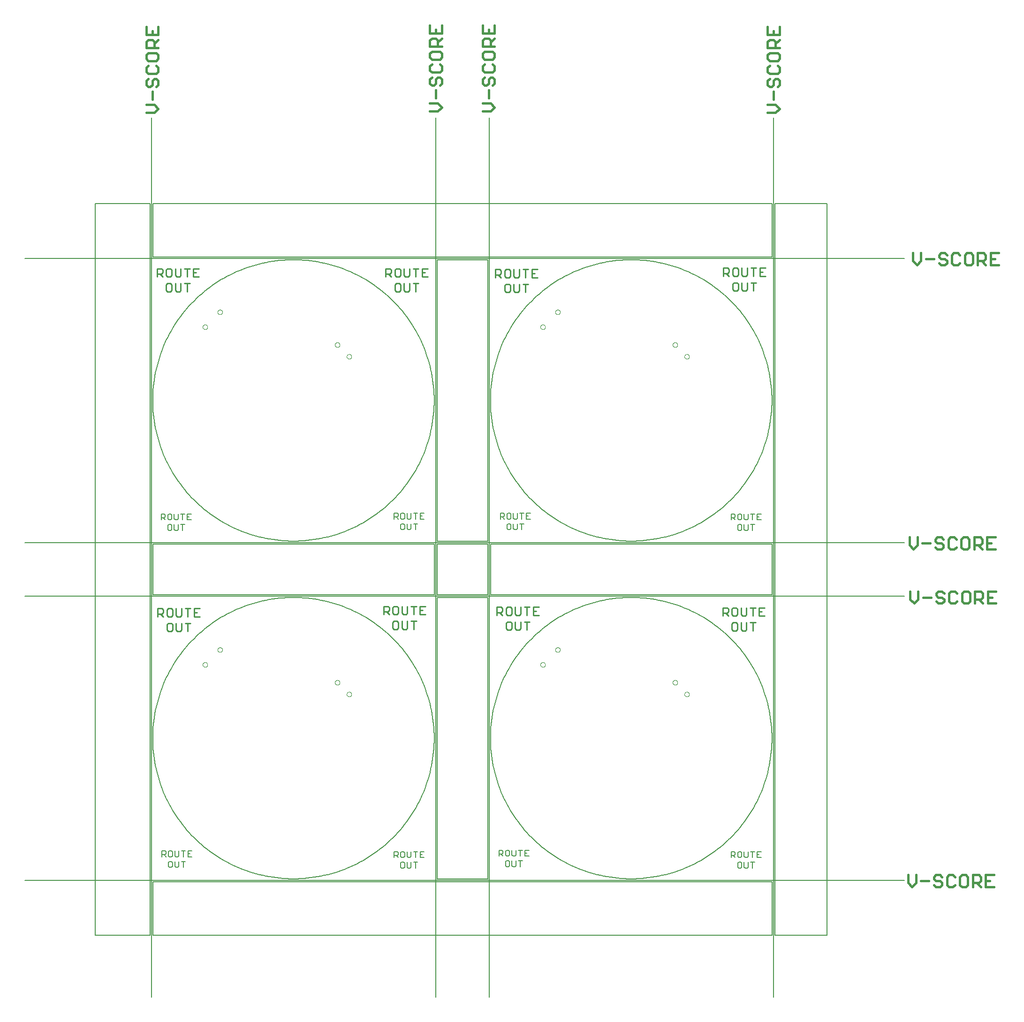
<source format=gko>
G04 EAGLE Gerber RS-274X export*
G75*
%MOMM*%
%FSLAX34Y34*%
%LPD*%
%IN*%
%IPPOS*%
%AMOC8*
5,1,8,0,0,1.08239X$1,22.5*%
G01*
%ADD10C,0.203200*%
%ADD11C,0.381000*%
%ADD12C,0.279400*%
%ADD13C,0.000000*%


D10*
X103670Y355491D02*
X103747Y361724D01*
X103976Y367954D01*
X104358Y374176D01*
X104893Y380387D01*
X105580Y386583D01*
X106419Y392761D01*
X107409Y398915D01*
X108551Y405044D01*
X109842Y411143D01*
X111282Y417208D01*
X112871Y423236D01*
X114607Y429223D01*
X116490Y435166D01*
X118518Y441061D01*
X120690Y446904D01*
X123005Y452693D01*
X125461Y458422D01*
X128057Y464090D01*
X130791Y469692D01*
X133662Y475226D01*
X136668Y480687D01*
X139807Y486073D01*
X143077Y491380D01*
X146477Y496606D01*
X150003Y501746D01*
X153655Y506799D01*
X157430Y511760D01*
X161325Y516627D01*
X165339Y521397D01*
X169468Y526067D01*
X173711Y530634D01*
X178065Y535096D01*
X182527Y539450D01*
X187094Y543693D01*
X191764Y547822D01*
X196534Y551836D01*
X201401Y555731D01*
X206362Y559506D01*
X211415Y563158D01*
X216555Y566684D01*
X221781Y570084D01*
X227088Y573354D01*
X232474Y576493D01*
X237935Y579499D01*
X243469Y582370D01*
X249071Y585104D01*
X254739Y587700D01*
X260468Y590156D01*
X266257Y592471D01*
X272100Y594643D01*
X277995Y596671D01*
X283938Y598554D01*
X289925Y600290D01*
X295953Y601879D01*
X302018Y603319D01*
X308117Y604610D01*
X314246Y605752D01*
X320400Y606742D01*
X326578Y607581D01*
X332774Y608268D01*
X338985Y608803D01*
X345207Y609185D01*
X351437Y609414D01*
X357670Y609491D01*
X363903Y609414D01*
X370133Y609185D01*
X376355Y608803D01*
X382566Y608268D01*
X388762Y607581D01*
X394940Y606742D01*
X401094Y605752D01*
X407223Y604610D01*
X413322Y603319D01*
X419387Y601879D01*
X425415Y600290D01*
X431402Y598554D01*
X437345Y596671D01*
X443240Y594643D01*
X449083Y592471D01*
X454872Y590156D01*
X460601Y587700D01*
X466269Y585104D01*
X471871Y582370D01*
X477405Y579499D01*
X482866Y576493D01*
X488252Y573354D01*
X493559Y570084D01*
X498785Y566684D01*
X503925Y563158D01*
X508978Y559506D01*
X513939Y555731D01*
X518806Y551836D01*
X523576Y547822D01*
X528246Y543693D01*
X532813Y539450D01*
X537275Y535096D01*
X541629Y530634D01*
X545872Y526067D01*
X550001Y521397D01*
X554015Y516627D01*
X557910Y511760D01*
X561685Y506799D01*
X565337Y501746D01*
X568863Y496606D01*
X572263Y491380D01*
X575533Y486073D01*
X578672Y480687D01*
X581678Y475226D01*
X584549Y469692D01*
X587283Y464090D01*
X589879Y458422D01*
X592335Y452693D01*
X594650Y446904D01*
X596822Y441061D01*
X598850Y435166D01*
X600733Y429223D01*
X602469Y423236D01*
X604058Y417208D01*
X605498Y411143D01*
X606789Y405044D01*
X607931Y398915D01*
X608921Y392761D01*
X609760Y386583D01*
X610447Y380387D01*
X610982Y374176D01*
X611364Y367954D01*
X611593Y361724D01*
X611670Y355491D01*
X611593Y349258D01*
X611364Y343028D01*
X610982Y336806D01*
X610447Y330595D01*
X609760Y324399D01*
X608921Y318221D01*
X607931Y312067D01*
X606789Y305938D01*
X605498Y299839D01*
X604058Y293774D01*
X602469Y287746D01*
X600733Y281759D01*
X598850Y275816D01*
X596822Y269921D01*
X594650Y264078D01*
X592335Y258289D01*
X589879Y252560D01*
X587283Y246892D01*
X584549Y241290D01*
X581678Y235756D01*
X578672Y230295D01*
X575533Y224909D01*
X572263Y219602D01*
X568863Y214376D01*
X565337Y209236D01*
X561685Y204183D01*
X557910Y199222D01*
X554015Y194355D01*
X550001Y189585D01*
X545872Y184915D01*
X541629Y180348D01*
X537275Y175886D01*
X532813Y171532D01*
X528246Y167289D01*
X523576Y163160D01*
X518806Y159146D01*
X513939Y155251D01*
X508978Y151476D01*
X503925Y147824D01*
X498785Y144298D01*
X493559Y140898D01*
X488252Y137628D01*
X482866Y134489D01*
X477405Y131483D01*
X471871Y128612D01*
X466269Y125878D01*
X460601Y123282D01*
X454872Y120826D01*
X449083Y118511D01*
X443240Y116339D01*
X437345Y114311D01*
X431402Y112428D01*
X425415Y110692D01*
X419387Y109103D01*
X413322Y107663D01*
X407223Y106372D01*
X401094Y105230D01*
X394940Y104240D01*
X388762Y103401D01*
X382566Y102714D01*
X376355Y102179D01*
X370133Y101797D01*
X363903Y101568D01*
X357670Y101491D01*
X351437Y101568D01*
X345207Y101797D01*
X338985Y102179D01*
X332774Y102714D01*
X326578Y103401D01*
X320400Y104240D01*
X314246Y105230D01*
X308117Y106372D01*
X302018Y107663D01*
X295953Y109103D01*
X289925Y110692D01*
X283938Y112428D01*
X277995Y114311D01*
X272100Y116339D01*
X266257Y118511D01*
X260468Y120826D01*
X254739Y123282D01*
X249071Y125878D01*
X243469Y128612D01*
X237935Y131483D01*
X232474Y134489D01*
X227088Y137628D01*
X221781Y140898D01*
X216555Y144298D01*
X211415Y147824D01*
X206362Y151476D01*
X201401Y155251D01*
X196534Y159146D01*
X191764Y163160D01*
X187094Y167289D01*
X182527Y171532D01*
X178065Y175886D01*
X173711Y180348D01*
X169468Y184915D01*
X165339Y189585D01*
X161325Y194355D01*
X157430Y199222D01*
X153655Y204183D01*
X150003Y209236D01*
X146477Y214376D01*
X143077Y219602D01*
X139807Y224909D01*
X136668Y230295D01*
X133662Y235756D01*
X130791Y241290D01*
X128057Y246892D01*
X125461Y252560D01*
X123005Y258289D01*
X120690Y264078D01*
X118518Y269921D01*
X116490Y275816D01*
X114607Y281759D01*
X112871Y287746D01*
X111282Y293774D01*
X109842Y299839D01*
X108551Y305938D01*
X107409Y312067D01*
X106419Y318221D01*
X105580Y324399D01*
X104893Y330595D01*
X104358Y336806D01*
X103976Y343028D01*
X103747Y349258D01*
X103670Y355491D01*
X713270Y355491D02*
X713347Y361724D01*
X713576Y367954D01*
X713958Y374176D01*
X714493Y380387D01*
X715180Y386583D01*
X716019Y392761D01*
X717009Y398915D01*
X718151Y405044D01*
X719442Y411143D01*
X720882Y417208D01*
X722471Y423236D01*
X724207Y429223D01*
X726090Y435166D01*
X728118Y441061D01*
X730290Y446904D01*
X732605Y452693D01*
X735061Y458422D01*
X737657Y464090D01*
X740391Y469692D01*
X743262Y475226D01*
X746268Y480687D01*
X749407Y486073D01*
X752677Y491380D01*
X756077Y496606D01*
X759603Y501746D01*
X763255Y506799D01*
X767030Y511760D01*
X770925Y516627D01*
X774939Y521397D01*
X779068Y526067D01*
X783311Y530634D01*
X787665Y535096D01*
X792127Y539450D01*
X796694Y543693D01*
X801364Y547822D01*
X806134Y551836D01*
X811001Y555731D01*
X815962Y559506D01*
X821015Y563158D01*
X826155Y566684D01*
X831381Y570084D01*
X836688Y573354D01*
X842074Y576493D01*
X847535Y579499D01*
X853069Y582370D01*
X858671Y585104D01*
X864339Y587700D01*
X870068Y590156D01*
X875857Y592471D01*
X881700Y594643D01*
X887595Y596671D01*
X893538Y598554D01*
X899525Y600290D01*
X905553Y601879D01*
X911618Y603319D01*
X917717Y604610D01*
X923846Y605752D01*
X930000Y606742D01*
X936178Y607581D01*
X942374Y608268D01*
X948585Y608803D01*
X954807Y609185D01*
X961037Y609414D01*
X967270Y609491D01*
X973503Y609414D01*
X979733Y609185D01*
X985955Y608803D01*
X992166Y608268D01*
X998362Y607581D01*
X1004540Y606742D01*
X1010694Y605752D01*
X1016823Y604610D01*
X1022922Y603319D01*
X1028987Y601879D01*
X1035015Y600290D01*
X1041002Y598554D01*
X1046945Y596671D01*
X1052840Y594643D01*
X1058683Y592471D01*
X1064472Y590156D01*
X1070201Y587700D01*
X1075869Y585104D01*
X1081471Y582370D01*
X1087005Y579499D01*
X1092466Y576493D01*
X1097852Y573354D01*
X1103159Y570084D01*
X1108385Y566684D01*
X1113525Y563158D01*
X1118578Y559506D01*
X1123539Y555731D01*
X1128406Y551836D01*
X1133176Y547822D01*
X1137846Y543693D01*
X1142413Y539450D01*
X1146875Y535096D01*
X1151229Y530634D01*
X1155472Y526067D01*
X1159601Y521397D01*
X1163615Y516627D01*
X1167510Y511760D01*
X1171285Y506799D01*
X1174937Y501746D01*
X1178463Y496606D01*
X1181863Y491380D01*
X1185133Y486073D01*
X1188272Y480687D01*
X1191278Y475226D01*
X1194149Y469692D01*
X1196883Y464090D01*
X1199479Y458422D01*
X1201935Y452693D01*
X1204250Y446904D01*
X1206422Y441061D01*
X1208450Y435166D01*
X1210333Y429223D01*
X1212069Y423236D01*
X1213658Y417208D01*
X1215098Y411143D01*
X1216389Y405044D01*
X1217531Y398915D01*
X1218521Y392761D01*
X1219360Y386583D01*
X1220047Y380387D01*
X1220582Y374176D01*
X1220964Y367954D01*
X1221193Y361724D01*
X1221270Y355491D01*
X1221193Y349258D01*
X1220964Y343028D01*
X1220582Y336806D01*
X1220047Y330595D01*
X1219360Y324399D01*
X1218521Y318221D01*
X1217531Y312067D01*
X1216389Y305938D01*
X1215098Y299839D01*
X1213658Y293774D01*
X1212069Y287746D01*
X1210333Y281759D01*
X1208450Y275816D01*
X1206422Y269921D01*
X1204250Y264078D01*
X1201935Y258289D01*
X1199479Y252560D01*
X1196883Y246892D01*
X1194149Y241290D01*
X1191278Y235756D01*
X1188272Y230295D01*
X1185133Y224909D01*
X1181863Y219602D01*
X1178463Y214376D01*
X1174937Y209236D01*
X1171285Y204183D01*
X1167510Y199222D01*
X1163615Y194355D01*
X1159601Y189585D01*
X1155472Y184915D01*
X1151229Y180348D01*
X1146875Y175886D01*
X1142413Y171532D01*
X1137846Y167289D01*
X1133176Y163160D01*
X1128406Y159146D01*
X1123539Y155251D01*
X1118578Y151476D01*
X1113525Y147824D01*
X1108385Y144298D01*
X1103159Y140898D01*
X1097852Y137628D01*
X1092466Y134489D01*
X1087005Y131483D01*
X1081471Y128612D01*
X1075869Y125878D01*
X1070201Y123282D01*
X1064472Y120826D01*
X1058683Y118511D01*
X1052840Y116339D01*
X1046945Y114311D01*
X1041002Y112428D01*
X1035015Y110692D01*
X1028987Y109103D01*
X1022922Y107663D01*
X1016823Y106372D01*
X1010694Y105230D01*
X1004540Y104240D01*
X998362Y103401D01*
X992166Y102714D01*
X985955Y102179D01*
X979733Y101797D01*
X973503Y101568D01*
X967270Y101491D01*
X961037Y101568D01*
X954807Y101797D01*
X948585Y102179D01*
X942374Y102714D01*
X936178Y103401D01*
X930000Y104240D01*
X923846Y105230D01*
X917717Y106372D01*
X911618Y107663D01*
X905553Y109103D01*
X899525Y110692D01*
X893538Y112428D01*
X887595Y114311D01*
X881700Y116339D01*
X875857Y118511D01*
X870068Y120826D01*
X864339Y123282D01*
X858671Y125878D01*
X853069Y128612D01*
X847535Y131483D01*
X842074Y134489D01*
X836688Y137628D01*
X831381Y140898D01*
X826155Y144298D01*
X821015Y147824D01*
X815962Y151476D01*
X811001Y155251D01*
X806134Y159146D01*
X801364Y163160D01*
X796694Y167289D01*
X792127Y171532D01*
X787665Y175886D01*
X783311Y180348D01*
X779068Y184915D01*
X774939Y189585D01*
X770925Y194355D01*
X767030Y199222D01*
X763255Y204183D01*
X759603Y209236D01*
X756077Y214376D01*
X752677Y219602D01*
X749407Y224909D01*
X746268Y230295D01*
X743262Y235756D01*
X740391Y241290D01*
X737657Y246892D01*
X735061Y252560D01*
X732605Y258289D01*
X730290Y264078D01*
X728118Y269921D01*
X726090Y275816D01*
X724207Y281759D01*
X722471Y287746D01*
X720882Y293774D01*
X719442Y299839D01*
X718151Y305938D01*
X717009Y312067D01*
X716019Y318221D01*
X715180Y324399D01*
X714493Y330595D01*
X713958Y336806D01*
X713576Y343028D01*
X713347Y349258D01*
X713270Y355491D01*
X713270Y965091D02*
X713347Y971324D01*
X713576Y977554D01*
X713958Y983776D01*
X714493Y989987D01*
X715180Y996183D01*
X716019Y1002361D01*
X717009Y1008515D01*
X718151Y1014644D01*
X719442Y1020743D01*
X720882Y1026808D01*
X722471Y1032836D01*
X724207Y1038823D01*
X726090Y1044766D01*
X728118Y1050661D01*
X730290Y1056504D01*
X732605Y1062293D01*
X735061Y1068022D01*
X737657Y1073690D01*
X740391Y1079292D01*
X743262Y1084826D01*
X746268Y1090287D01*
X749407Y1095673D01*
X752677Y1100980D01*
X756077Y1106206D01*
X759603Y1111346D01*
X763255Y1116399D01*
X767030Y1121360D01*
X770925Y1126227D01*
X774939Y1130997D01*
X779068Y1135667D01*
X783311Y1140234D01*
X787665Y1144696D01*
X792127Y1149050D01*
X796694Y1153293D01*
X801364Y1157422D01*
X806134Y1161436D01*
X811001Y1165331D01*
X815962Y1169106D01*
X821015Y1172758D01*
X826155Y1176284D01*
X831381Y1179684D01*
X836688Y1182954D01*
X842074Y1186093D01*
X847535Y1189099D01*
X853069Y1191970D01*
X858671Y1194704D01*
X864339Y1197300D01*
X870068Y1199756D01*
X875857Y1202071D01*
X881700Y1204243D01*
X887595Y1206271D01*
X893538Y1208154D01*
X899525Y1209890D01*
X905553Y1211479D01*
X911618Y1212919D01*
X917717Y1214210D01*
X923846Y1215352D01*
X930000Y1216342D01*
X936178Y1217181D01*
X942374Y1217868D01*
X948585Y1218403D01*
X954807Y1218785D01*
X961037Y1219014D01*
X967270Y1219091D01*
X973503Y1219014D01*
X979733Y1218785D01*
X985955Y1218403D01*
X992166Y1217868D01*
X998362Y1217181D01*
X1004540Y1216342D01*
X1010694Y1215352D01*
X1016823Y1214210D01*
X1022922Y1212919D01*
X1028987Y1211479D01*
X1035015Y1209890D01*
X1041002Y1208154D01*
X1046945Y1206271D01*
X1052840Y1204243D01*
X1058683Y1202071D01*
X1064472Y1199756D01*
X1070201Y1197300D01*
X1075869Y1194704D01*
X1081471Y1191970D01*
X1087005Y1189099D01*
X1092466Y1186093D01*
X1097852Y1182954D01*
X1103159Y1179684D01*
X1108385Y1176284D01*
X1113525Y1172758D01*
X1118578Y1169106D01*
X1123539Y1165331D01*
X1128406Y1161436D01*
X1133176Y1157422D01*
X1137846Y1153293D01*
X1142413Y1149050D01*
X1146875Y1144696D01*
X1151229Y1140234D01*
X1155472Y1135667D01*
X1159601Y1130997D01*
X1163615Y1126227D01*
X1167510Y1121360D01*
X1171285Y1116399D01*
X1174937Y1111346D01*
X1178463Y1106206D01*
X1181863Y1100980D01*
X1185133Y1095673D01*
X1188272Y1090287D01*
X1191278Y1084826D01*
X1194149Y1079292D01*
X1196883Y1073690D01*
X1199479Y1068022D01*
X1201935Y1062293D01*
X1204250Y1056504D01*
X1206422Y1050661D01*
X1208450Y1044766D01*
X1210333Y1038823D01*
X1212069Y1032836D01*
X1213658Y1026808D01*
X1215098Y1020743D01*
X1216389Y1014644D01*
X1217531Y1008515D01*
X1218521Y1002361D01*
X1219360Y996183D01*
X1220047Y989987D01*
X1220582Y983776D01*
X1220964Y977554D01*
X1221193Y971324D01*
X1221270Y965091D01*
X1221193Y958858D01*
X1220964Y952628D01*
X1220582Y946406D01*
X1220047Y940195D01*
X1219360Y933999D01*
X1218521Y927821D01*
X1217531Y921667D01*
X1216389Y915538D01*
X1215098Y909439D01*
X1213658Y903374D01*
X1212069Y897346D01*
X1210333Y891359D01*
X1208450Y885416D01*
X1206422Y879521D01*
X1204250Y873678D01*
X1201935Y867889D01*
X1199479Y862160D01*
X1196883Y856492D01*
X1194149Y850890D01*
X1191278Y845356D01*
X1188272Y839895D01*
X1185133Y834509D01*
X1181863Y829202D01*
X1178463Y823976D01*
X1174937Y818836D01*
X1171285Y813783D01*
X1167510Y808822D01*
X1163615Y803955D01*
X1159601Y799185D01*
X1155472Y794515D01*
X1151229Y789948D01*
X1146875Y785486D01*
X1142413Y781132D01*
X1137846Y776889D01*
X1133176Y772760D01*
X1128406Y768746D01*
X1123539Y764851D01*
X1118578Y761076D01*
X1113525Y757424D01*
X1108385Y753898D01*
X1103159Y750498D01*
X1097852Y747228D01*
X1092466Y744089D01*
X1087005Y741083D01*
X1081471Y738212D01*
X1075869Y735478D01*
X1070201Y732882D01*
X1064472Y730426D01*
X1058683Y728111D01*
X1052840Y725939D01*
X1046945Y723911D01*
X1041002Y722028D01*
X1035015Y720292D01*
X1028987Y718703D01*
X1022922Y717263D01*
X1016823Y715972D01*
X1010694Y714830D01*
X1004540Y713840D01*
X998362Y713001D01*
X992166Y712314D01*
X985955Y711779D01*
X979733Y711397D01*
X973503Y711168D01*
X967270Y711091D01*
X961037Y711168D01*
X954807Y711397D01*
X948585Y711779D01*
X942374Y712314D01*
X936178Y713001D01*
X930000Y713840D01*
X923846Y714830D01*
X917717Y715972D01*
X911618Y717263D01*
X905553Y718703D01*
X899525Y720292D01*
X893538Y722028D01*
X887595Y723911D01*
X881700Y725939D01*
X875857Y728111D01*
X870068Y730426D01*
X864339Y732882D01*
X858671Y735478D01*
X853069Y738212D01*
X847535Y741083D01*
X842074Y744089D01*
X836688Y747228D01*
X831381Y750498D01*
X826155Y753898D01*
X821015Y757424D01*
X815962Y761076D01*
X811001Y764851D01*
X806134Y768746D01*
X801364Y772760D01*
X796694Y776889D01*
X792127Y781132D01*
X787665Y785486D01*
X783311Y789948D01*
X779068Y794515D01*
X774939Y799185D01*
X770925Y803955D01*
X767030Y808822D01*
X763255Y813783D01*
X759603Y818836D01*
X756077Y823976D01*
X752677Y829202D01*
X749407Y834509D01*
X746268Y839895D01*
X743262Y845356D01*
X740391Y850890D01*
X737657Y856492D01*
X735061Y862160D01*
X732605Y867889D01*
X730290Y873678D01*
X728118Y879521D01*
X726090Y885416D01*
X724207Y891359D01*
X722471Y897346D01*
X720882Y903374D01*
X719442Y909439D01*
X718151Y915538D01*
X717009Y921667D01*
X716019Y927821D01*
X715180Y933999D01*
X714493Y940195D01*
X713958Y946406D01*
X713576Y952628D01*
X713347Y958858D01*
X713270Y965091D01*
X103670Y965091D02*
X103747Y971324D01*
X103976Y977554D01*
X104358Y983776D01*
X104893Y989987D01*
X105580Y996183D01*
X106419Y1002361D01*
X107409Y1008515D01*
X108551Y1014644D01*
X109842Y1020743D01*
X111282Y1026808D01*
X112871Y1032836D01*
X114607Y1038823D01*
X116490Y1044766D01*
X118518Y1050661D01*
X120690Y1056504D01*
X123005Y1062293D01*
X125461Y1068022D01*
X128057Y1073690D01*
X130791Y1079292D01*
X133662Y1084826D01*
X136668Y1090287D01*
X139807Y1095673D01*
X143077Y1100980D01*
X146477Y1106206D01*
X150003Y1111346D01*
X153655Y1116399D01*
X157430Y1121360D01*
X161325Y1126227D01*
X165339Y1130997D01*
X169468Y1135667D01*
X173711Y1140234D01*
X178065Y1144696D01*
X182527Y1149050D01*
X187094Y1153293D01*
X191764Y1157422D01*
X196534Y1161436D01*
X201401Y1165331D01*
X206362Y1169106D01*
X211415Y1172758D01*
X216555Y1176284D01*
X221781Y1179684D01*
X227088Y1182954D01*
X232474Y1186093D01*
X237935Y1189099D01*
X243469Y1191970D01*
X249071Y1194704D01*
X254739Y1197300D01*
X260468Y1199756D01*
X266257Y1202071D01*
X272100Y1204243D01*
X277995Y1206271D01*
X283938Y1208154D01*
X289925Y1209890D01*
X295953Y1211479D01*
X302018Y1212919D01*
X308117Y1214210D01*
X314246Y1215352D01*
X320400Y1216342D01*
X326578Y1217181D01*
X332774Y1217868D01*
X338985Y1218403D01*
X345207Y1218785D01*
X351437Y1219014D01*
X357670Y1219091D01*
X363903Y1219014D01*
X370133Y1218785D01*
X376355Y1218403D01*
X382566Y1217868D01*
X388762Y1217181D01*
X394940Y1216342D01*
X401094Y1215352D01*
X407223Y1214210D01*
X413322Y1212919D01*
X419387Y1211479D01*
X425415Y1209890D01*
X431402Y1208154D01*
X437345Y1206271D01*
X443240Y1204243D01*
X449083Y1202071D01*
X454872Y1199756D01*
X460601Y1197300D01*
X466269Y1194704D01*
X471871Y1191970D01*
X477405Y1189099D01*
X482866Y1186093D01*
X488252Y1182954D01*
X493559Y1179684D01*
X498785Y1176284D01*
X503925Y1172758D01*
X508978Y1169106D01*
X513939Y1165331D01*
X518806Y1161436D01*
X523576Y1157422D01*
X528246Y1153293D01*
X532813Y1149050D01*
X537275Y1144696D01*
X541629Y1140234D01*
X545872Y1135667D01*
X550001Y1130997D01*
X554015Y1126227D01*
X557910Y1121360D01*
X561685Y1116399D01*
X565337Y1111346D01*
X568863Y1106206D01*
X572263Y1100980D01*
X575533Y1095673D01*
X578672Y1090287D01*
X581678Y1084826D01*
X584549Y1079292D01*
X587283Y1073690D01*
X589879Y1068022D01*
X592335Y1062293D01*
X594650Y1056504D01*
X596822Y1050661D01*
X598850Y1044766D01*
X600733Y1038823D01*
X602469Y1032836D01*
X604058Y1026808D01*
X605498Y1020743D01*
X606789Y1014644D01*
X607931Y1008515D01*
X608921Y1002361D01*
X609760Y996183D01*
X610447Y989987D01*
X610982Y983776D01*
X611364Y977554D01*
X611593Y971324D01*
X611670Y965091D01*
X611593Y958858D01*
X611364Y952628D01*
X610982Y946406D01*
X610447Y940195D01*
X609760Y933999D01*
X608921Y927821D01*
X607931Y921667D01*
X606789Y915538D01*
X605498Y909439D01*
X604058Y903374D01*
X602469Y897346D01*
X600733Y891359D01*
X598850Y885416D01*
X596822Y879521D01*
X594650Y873678D01*
X592335Y867889D01*
X589879Y862160D01*
X587283Y856492D01*
X584549Y850890D01*
X581678Y845356D01*
X578672Y839895D01*
X575533Y834509D01*
X572263Y829202D01*
X568863Y823976D01*
X565337Y818836D01*
X561685Y813783D01*
X557910Y808822D01*
X554015Y803955D01*
X550001Y799185D01*
X545872Y794515D01*
X541629Y789948D01*
X537275Y785486D01*
X532813Y781132D01*
X528246Y776889D01*
X523576Y772760D01*
X518806Y768746D01*
X513939Y764851D01*
X508978Y761076D01*
X503925Y757424D01*
X498785Y753898D01*
X493559Y750498D01*
X488252Y747228D01*
X482866Y744089D01*
X477405Y741083D01*
X471871Y738212D01*
X466269Y735478D01*
X460601Y732882D01*
X454872Y730426D01*
X449083Y728111D01*
X443240Y725939D01*
X437345Y723911D01*
X431402Y722028D01*
X425415Y720292D01*
X419387Y718703D01*
X413322Y717263D01*
X407223Y715972D01*
X401094Y714830D01*
X394940Y713840D01*
X388762Y713001D01*
X382566Y712314D01*
X376355Y711779D01*
X370133Y711397D01*
X363903Y711168D01*
X357670Y711091D01*
X351437Y711168D01*
X345207Y711397D01*
X338985Y711779D01*
X332774Y712314D01*
X326578Y713001D01*
X320400Y713840D01*
X314246Y714830D01*
X308117Y715972D01*
X302018Y717263D01*
X295953Y718703D01*
X289925Y720292D01*
X283938Y722028D01*
X277995Y723911D01*
X272100Y725939D01*
X266257Y728111D01*
X260468Y730426D01*
X254739Y732882D01*
X249071Y735478D01*
X243469Y738212D01*
X237935Y741083D01*
X232474Y744089D01*
X227088Y747228D01*
X221781Y750498D01*
X216555Y753898D01*
X211415Y757424D01*
X206362Y761076D01*
X201401Y764851D01*
X196534Y768746D01*
X191764Y772760D01*
X187094Y776889D01*
X182527Y781132D01*
X178065Y785486D01*
X173711Y789948D01*
X169468Y794515D01*
X165339Y799185D01*
X161325Y803955D01*
X157430Y808822D01*
X153655Y813783D01*
X150003Y818836D01*
X146477Y823976D01*
X143077Y829202D01*
X139807Y834509D01*
X136668Y839895D01*
X133662Y845356D01*
X130791Y850890D01*
X128057Y856492D01*
X125461Y862160D01*
X123005Y867889D01*
X120690Y873678D01*
X118518Y879521D01*
X116490Y885416D01*
X114607Y891359D01*
X112871Y897346D01*
X111282Y903374D01*
X109842Y909439D01*
X108551Y915538D01*
X107409Y921667D01*
X106419Y927821D01*
X105580Y933999D01*
X104893Y940195D01*
X104358Y946406D01*
X103976Y952628D01*
X103747Y958858D01*
X103670Y965091D01*
X98552Y1320800D02*
X98552Y0D01*
X0Y0D01*
X103632Y0D02*
X1221232Y0D01*
X103632Y0D02*
X103632Y96520D01*
X1320800Y0D02*
X1320800Y1320800D01*
X1320800Y0D02*
X1226312Y0D01*
X1221232Y96520D02*
X103632Y96520D01*
X1221232Y96520D02*
X1221232Y0D01*
X1226312Y0D02*
X1226312Y1320800D01*
X1320800Y1320800D01*
X1221232Y1320800D02*
X103632Y1320800D01*
X1221232Y1320800D02*
X1221232Y1224280D01*
X0Y1320800D02*
X0Y0D01*
X0Y1320800D02*
X98552Y1320800D01*
X103632Y1224280D02*
X1221232Y1224280D01*
X103632Y1224280D02*
X103632Y1320800D01*
X-127000Y612140D02*
X1460500Y612140D01*
X1460500Y1221740D02*
X-127000Y1221740D01*
X-127000Y708660D02*
X1460500Y708660D01*
X1460500Y99060D02*
X-127000Y99060D01*
X710692Y-112014D02*
X710692Y1475486D01*
X101092Y1475486D02*
X101092Y-112014D01*
X614172Y-112014D02*
X614172Y1475486D01*
X1223772Y1475486D02*
X1223772Y-112014D01*
D11*
X106462Y1484687D02*
X92057Y1484687D01*
X106462Y1484687D02*
X113665Y1491890D01*
X106462Y1499093D01*
X92057Y1499093D01*
X102861Y1508075D02*
X102861Y1522481D01*
X92057Y1542267D02*
X95658Y1545869D01*
X92057Y1542267D02*
X92057Y1535064D01*
X95658Y1531463D01*
X99259Y1531463D01*
X102861Y1535064D01*
X102861Y1542267D01*
X106462Y1545869D01*
X110064Y1545869D01*
X113665Y1542267D01*
X113665Y1535064D01*
X110064Y1531463D01*
X92057Y1565655D02*
X95658Y1569257D01*
X92057Y1565655D02*
X92057Y1558452D01*
X95658Y1554851D01*
X110064Y1554851D01*
X113665Y1558452D01*
X113665Y1565655D01*
X110064Y1569257D01*
X92057Y1581840D02*
X92057Y1589043D01*
X92057Y1581840D02*
X95658Y1578239D01*
X110064Y1578239D01*
X113665Y1581840D01*
X113665Y1589043D01*
X110064Y1592645D01*
X95658Y1592645D01*
X92057Y1589043D01*
X92057Y1601627D02*
X113665Y1601627D01*
X92057Y1601627D02*
X92057Y1612431D01*
X95658Y1616033D01*
X102861Y1616033D01*
X106462Y1612431D01*
X106462Y1601627D01*
X106462Y1608830D02*
X113665Y1616033D01*
X92057Y1625015D02*
X92057Y1639421D01*
X92057Y1625015D02*
X113665Y1625015D01*
X113665Y1639421D01*
X102861Y1632218D02*
X102861Y1625015D01*
X603867Y1487227D02*
X618272Y1487227D01*
X625475Y1494430D01*
X618272Y1501633D01*
X603867Y1501633D01*
X614671Y1510615D02*
X614671Y1525021D01*
X603867Y1544807D02*
X607468Y1548409D01*
X603867Y1544807D02*
X603867Y1537604D01*
X607468Y1534003D01*
X611069Y1534003D01*
X614671Y1537604D01*
X614671Y1544807D01*
X618272Y1548409D01*
X621874Y1548409D01*
X625475Y1544807D01*
X625475Y1537604D01*
X621874Y1534003D01*
X603867Y1568195D02*
X607468Y1571797D01*
X603867Y1568195D02*
X603867Y1560992D01*
X607468Y1557391D01*
X621874Y1557391D01*
X625475Y1560992D01*
X625475Y1568195D01*
X621874Y1571797D01*
X603867Y1584380D02*
X603867Y1591583D01*
X603867Y1584380D02*
X607468Y1580779D01*
X621874Y1580779D01*
X625475Y1584380D01*
X625475Y1591583D01*
X621874Y1595185D01*
X607468Y1595185D01*
X603867Y1591583D01*
X603867Y1604167D02*
X625475Y1604167D01*
X603867Y1604167D02*
X603867Y1614971D01*
X607468Y1618573D01*
X614671Y1618573D01*
X618272Y1614971D01*
X618272Y1604167D01*
X618272Y1611370D02*
X625475Y1618573D01*
X603867Y1627555D02*
X603867Y1641961D01*
X603867Y1627555D02*
X625475Y1627555D01*
X625475Y1641961D01*
X614671Y1634758D02*
X614671Y1627555D01*
X699117Y1487227D02*
X713522Y1487227D01*
X720725Y1494430D01*
X713522Y1501633D01*
X699117Y1501633D01*
X709921Y1510615D02*
X709921Y1525021D01*
X699117Y1544807D02*
X702718Y1548409D01*
X699117Y1544807D02*
X699117Y1537604D01*
X702718Y1534003D01*
X706319Y1534003D01*
X709921Y1537604D01*
X709921Y1544807D01*
X713522Y1548409D01*
X717124Y1548409D01*
X720725Y1544807D01*
X720725Y1537604D01*
X717124Y1534003D01*
X699117Y1568195D02*
X702718Y1571797D01*
X699117Y1568195D02*
X699117Y1560992D01*
X702718Y1557391D01*
X717124Y1557391D01*
X720725Y1560992D01*
X720725Y1568195D01*
X717124Y1571797D01*
X699117Y1584380D02*
X699117Y1591583D01*
X699117Y1584380D02*
X702718Y1580779D01*
X717124Y1580779D01*
X720725Y1584380D01*
X720725Y1591583D01*
X717124Y1595185D01*
X702718Y1595185D01*
X699117Y1591583D01*
X699117Y1604167D02*
X720725Y1604167D01*
X699117Y1604167D02*
X699117Y1614971D01*
X702718Y1618573D01*
X709921Y1618573D01*
X713522Y1614971D01*
X713522Y1604167D01*
X713522Y1611370D02*
X720725Y1618573D01*
X699117Y1627555D02*
X699117Y1641961D01*
X699117Y1627555D02*
X720725Y1627555D01*
X720725Y1641961D01*
X709921Y1634758D02*
X709921Y1627555D01*
X1213467Y1484687D02*
X1227872Y1484687D01*
X1235075Y1491890D01*
X1227872Y1499093D01*
X1213467Y1499093D01*
X1224271Y1508075D02*
X1224271Y1522481D01*
X1213467Y1542267D02*
X1217068Y1545869D01*
X1213467Y1542267D02*
X1213467Y1535064D01*
X1217068Y1531463D01*
X1220669Y1531463D01*
X1224271Y1535064D01*
X1224271Y1542267D01*
X1227872Y1545869D01*
X1231474Y1545869D01*
X1235075Y1542267D01*
X1235075Y1535064D01*
X1231474Y1531463D01*
X1213467Y1565655D02*
X1217068Y1569257D01*
X1213467Y1565655D02*
X1213467Y1558452D01*
X1217068Y1554851D01*
X1231474Y1554851D01*
X1235075Y1558452D01*
X1235075Y1565655D01*
X1231474Y1569257D01*
X1213467Y1581840D02*
X1213467Y1589043D01*
X1213467Y1581840D02*
X1217068Y1578239D01*
X1231474Y1578239D01*
X1235075Y1581840D01*
X1235075Y1589043D01*
X1231474Y1592645D01*
X1217068Y1592645D01*
X1213467Y1589043D01*
X1213467Y1601627D02*
X1235075Y1601627D01*
X1213467Y1601627D02*
X1213467Y1612431D01*
X1217068Y1616033D01*
X1224271Y1616033D01*
X1227872Y1612431D01*
X1227872Y1601627D01*
X1227872Y1608830D02*
X1235075Y1616033D01*
X1213467Y1625015D02*
X1213467Y1639421D01*
X1213467Y1625015D02*
X1235075Y1625015D01*
X1235075Y1639421D01*
X1224271Y1632218D02*
X1224271Y1625015D01*
X1475797Y1231283D02*
X1475797Y1216878D01*
X1483000Y1209675D01*
X1490203Y1216878D01*
X1490203Y1231283D01*
X1499185Y1220479D02*
X1513591Y1220479D01*
X1533377Y1231283D02*
X1536979Y1227682D01*
X1533377Y1231283D02*
X1526174Y1231283D01*
X1522573Y1227682D01*
X1522573Y1224081D01*
X1526174Y1220479D01*
X1533377Y1220479D01*
X1536979Y1216878D01*
X1536979Y1213276D01*
X1533377Y1209675D01*
X1526174Y1209675D01*
X1522573Y1213276D01*
X1556765Y1231283D02*
X1560367Y1227682D01*
X1556765Y1231283D02*
X1549562Y1231283D01*
X1545961Y1227682D01*
X1545961Y1213276D01*
X1549562Y1209675D01*
X1556765Y1209675D01*
X1560367Y1213276D01*
X1572950Y1231283D02*
X1580153Y1231283D01*
X1572950Y1231283D02*
X1569349Y1227682D01*
X1569349Y1213276D01*
X1572950Y1209675D01*
X1580153Y1209675D01*
X1583755Y1213276D01*
X1583755Y1227682D01*
X1580153Y1231283D01*
X1592737Y1231283D02*
X1592737Y1209675D01*
X1592737Y1231283D02*
X1603541Y1231283D01*
X1607143Y1227682D01*
X1607143Y1220479D01*
X1603541Y1216878D01*
X1592737Y1216878D01*
X1599940Y1216878D02*
X1607143Y1209675D01*
X1616125Y1231283D02*
X1630530Y1231283D01*
X1616125Y1231283D02*
X1616125Y1209675D01*
X1630530Y1209675D01*
X1623328Y1220479D02*
X1616125Y1220479D01*
X1469447Y718203D02*
X1469447Y703798D01*
X1476650Y696595D01*
X1483853Y703798D01*
X1483853Y718203D01*
X1492835Y707399D02*
X1507241Y707399D01*
X1527027Y718203D02*
X1530629Y714602D01*
X1527027Y718203D02*
X1519824Y718203D01*
X1516223Y714602D01*
X1516223Y711001D01*
X1519824Y707399D01*
X1527027Y707399D01*
X1530629Y703798D01*
X1530629Y700196D01*
X1527027Y696595D01*
X1519824Y696595D01*
X1516223Y700196D01*
X1550415Y718203D02*
X1554017Y714602D01*
X1550415Y718203D02*
X1543212Y718203D01*
X1539611Y714602D01*
X1539611Y700196D01*
X1543212Y696595D01*
X1550415Y696595D01*
X1554017Y700196D01*
X1566600Y718203D02*
X1573803Y718203D01*
X1566600Y718203D02*
X1562999Y714602D01*
X1562999Y700196D01*
X1566600Y696595D01*
X1573803Y696595D01*
X1577405Y700196D01*
X1577405Y714602D01*
X1573803Y718203D01*
X1586387Y718203D02*
X1586387Y696595D01*
X1586387Y718203D02*
X1597191Y718203D01*
X1600793Y714602D01*
X1600793Y707399D01*
X1597191Y703798D01*
X1586387Y703798D01*
X1593590Y703798D02*
X1600793Y696595D01*
X1609775Y718203D02*
X1624180Y718203D01*
X1609775Y718203D02*
X1609775Y696595D01*
X1624180Y696595D01*
X1616978Y707399D02*
X1609775Y707399D01*
X1470717Y620413D02*
X1470717Y606008D01*
X1477920Y598805D01*
X1485123Y606008D01*
X1485123Y620413D01*
X1494105Y609609D02*
X1508511Y609609D01*
X1528297Y620413D02*
X1531899Y616812D01*
X1528297Y620413D02*
X1521094Y620413D01*
X1517493Y616812D01*
X1517493Y613211D01*
X1521094Y609609D01*
X1528297Y609609D01*
X1531899Y606008D01*
X1531899Y602406D01*
X1528297Y598805D01*
X1521094Y598805D01*
X1517493Y602406D01*
X1551685Y620413D02*
X1555287Y616812D01*
X1551685Y620413D02*
X1544482Y620413D01*
X1540881Y616812D01*
X1540881Y602406D01*
X1544482Y598805D01*
X1551685Y598805D01*
X1555287Y602406D01*
X1567870Y620413D02*
X1575073Y620413D01*
X1567870Y620413D02*
X1564269Y616812D01*
X1564269Y602406D01*
X1567870Y598805D01*
X1575073Y598805D01*
X1578675Y602406D01*
X1578675Y616812D01*
X1575073Y620413D01*
X1587657Y620413D02*
X1587657Y598805D01*
X1587657Y620413D02*
X1598461Y620413D01*
X1602063Y616812D01*
X1602063Y609609D01*
X1598461Y606008D01*
X1587657Y606008D01*
X1594860Y606008D02*
X1602063Y598805D01*
X1611045Y620413D02*
X1625450Y620413D01*
X1611045Y620413D02*
X1611045Y598805D01*
X1625450Y598805D01*
X1618248Y609609D02*
X1611045Y609609D01*
X1466907Y108603D02*
X1466907Y94198D01*
X1474110Y86995D01*
X1481313Y94198D01*
X1481313Y108603D01*
X1490295Y97799D02*
X1504701Y97799D01*
X1524487Y108603D02*
X1528089Y105002D01*
X1524487Y108603D02*
X1517284Y108603D01*
X1513683Y105002D01*
X1513683Y101401D01*
X1517284Y97799D01*
X1524487Y97799D01*
X1528089Y94198D01*
X1528089Y90596D01*
X1524487Y86995D01*
X1517284Y86995D01*
X1513683Y90596D01*
X1547875Y108603D02*
X1551477Y105002D01*
X1547875Y108603D02*
X1540672Y108603D01*
X1537071Y105002D01*
X1537071Y90596D01*
X1540672Y86995D01*
X1547875Y86995D01*
X1551477Y90596D01*
X1564060Y108603D02*
X1571263Y108603D01*
X1564060Y108603D02*
X1560459Y105002D01*
X1560459Y90596D01*
X1564060Y86995D01*
X1571263Y86995D01*
X1574865Y90596D01*
X1574865Y105002D01*
X1571263Y108603D01*
X1583847Y108603D02*
X1583847Y86995D01*
X1583847Y108603D02*
X1594651Y108603D01*
X1598253Y105002D01*
X1598253Y97799D01*
X1594651Y94198D01*
X1583847Y94198D01*
X1591050Y94198D02*
X1598253Y86995D01*
X1607235Y108603D02*
X1621640Y108603D01*
X1607235Y108603D02*
X1607235Y86995D01*
X1621640Y86995D01*
X1614438Y97799D02*
X1607235Y97799D01*
D10*
X103632Y614680D02*
X103632Y706120D01*
X103632Y614680D02*
X611632Y614680D01*
X611632Y706120D01*
X103632Y706120D01*
X713232Y706120D02*
X713232Y614680D01*
X1221232Y614680D01*
X1221232Y706120D01*
X713232Y706120D01*
X708152Y711200D02*
X616712Y711200D01*
X708152Y711200D02*
X708152Y1219200D01*
X616712Y1219200D01*
X616712Y711200D01*
X616712Y101600D02*
X708152Y101600D01*
X708152Y609600D01*
X616712Y609600D01*
X616712Y101600D01*
X616712Y614680D02*
X616712Y706120D01*
X616712Y614680D02*
X708152Y614680D01*
X708152Y706120D01*
X616712Y706120D01*
D12*
X111598Y1188212D02*
X111598Y1203211D01*
X119097Y1203211D01*
X121597Y1200711D01*
X121597Y1195711D01*
X119097Y1193212D01*
X111598Y1193212D01*
X116598Y1193212D02*
X121597Y1188212D01*
X130469Y1203211D02*
X135469Y1203211D01*
X130469Y1203211D02*
X127970Y1200711D01*
X127970Y1190712D01*
X130469Y1188212D01*
X135469Y1188212D01*
X137969Y1190712D01*
X137969Y1200711D01*
X135469Y1203211D01*
X144341Y1203211D02*
X144341Y1190712D01*
X146841Y1188212D01*
X151841Y1188212D01*
X154340Y1190712D01*
X154340Y1203211D01*
X165712Y1203211D02*
X165712Y1188212D01*
X160713Y1203211D02*
X170712Y1203211D01*
X177084Y1203211D02*
X187083Y1203211D01*
X177084Y1203211D02*
X177084Y1188212D01*
X187083Y1188212D01*
X182084Y1195711D02*
X177084Y1195711D01*
X135469Y1176541D02*
X130469Y1176541D01*
X127970Y1174041D01*
X127970Y1164042D01*
X130469Y1161542D01*
X135469Y1161542D01*
X137969Y1164042D01*
X137969Y1174041D01*
X135469Y1176541D01*
X144341Y1176541D02*
X144341Y1164042D01*
X146841Y1161542D01*
X151841Y1161542D01*
X154340Y1164042D01*
X154340Y1176541D01*
X165712Y1176541D02*
X165712Y1161542D01*
X160713Y1176541D02*
X170712Y1176541D01*
X524348Y1188212D02*
X524348Y1203211D01*
X531847Y1203211D01*
X534347Y1200711D01*
X534347Y1195711D01*
X531847Y1193212D01*
X524348Y1193212D01*
X529348Y1193212D02*
X534347Y1188212D01*
X543219Y1203211D02*
X548219Y1203211D01*
X543219Y1203211D02*
X540720Y1200711D01*
X540720Y1190712D01*
X543219Y1188212D01*
X548219Y1188212D01*
X550719Y1190712D01*
X550719Y1200711D01*
X548219Y1203211D01*
X557091Y1203211D02*
X557091Y1190712D01*
X559591Y1188212D01*
X564591Y1188212D01*
X567090Y1190712D01*
X567090Y1203211D01*
X578462Y1203211D02*
X578462Y1188212D01*
X573463Y1203211D02*
X583462Y1203211D01*
X589834Y1203211D02*
X599833Y1203211D01*
X589834Y1203211D02*
X589834Y1188212D01*
X599833Y1188212D01*
X594834Y1195711D02*
X589834Y1195711D01*
X548219Y1176541D02*
X543219Y1176541D01*
X540720Y1174041D01*
X540720Y1164042D01*
X543219Y1161542D01*
X548219Y1161542D01*
X550719Y1164042D01*
X550719Y1174041D01*
X548219Y1176541D01*
X557091Y1176541D02*
X557091Y1164042D01*
X559591Y1161542D01*
X564591Y1161542D01*
X567090Y1164042D01*
X567090Y1176541D01*
X578462Y1176541D02*
X578462Y1161542D01*
X573463Y1176541D02*
X583462Y1176541D01*
X722468Y1186942D02*
X722468Y1201941D01*
X729967Y1201941D01*
X732467Y1199441D01*
X732467Y1194441D01*
X729967Y1191942D01*
X722468Y1191942D01*
X727468Y1191942D02*
X732467Y1186942D01*
X741339Y1201941D02*
X746339Y1201941D01*
X741339Y1201941D02*
X738840Y1199441D01*
X738840Y1189442D01*
X741339Y1186942D01*
X746339Y1186942D01*
X748839Y1189442D01*
X748839Y1199441D01*
X746339Y1201941D01*
X755211Y1201941D02*
X755211Y1189442D01*
X757711Y1186942D01*
X762711Y1186942D01*
X765210Y1189442D01*
X765210Y1201941D01*
X776582Y1201941D02*
X776582Y1186942D01*
X771583Y1201941D02*
X781582Y1201941D01*
X787954Y1201941D02*
X797953Y1201941D01*
X787954Y1201941D02*
X787954Y1186942D01*
X797953Y1186942D01*
X792954Y1194441D02*
X787954Y1194441D01*
X746339Y1175271D02*
X741339Y1175271D01*
X738840Y1172771D01*
X738840Y1162772D01*
X741339Y1160272D01*
X746339Y1160272D01*
X748839Y1162772D01*
X748839Y1172771D01*
X746339Y1175271D01*
X755211Y1175271D02*
X755211Y1162772D01*
X757711Y1160272D01*
X762711Y1160272D01*
X765210Y1162772D01*
X765210Y1175271D01*
X776582Y1175271D02*
X776582Y1160272D01*
X771583Y1175271D02*
X781582Y1175271D01*
X1133948Y1189482D02*
X1133948Y1204481D01*
X1141447Y1204481D01*
X1143947Y1201981D01*
X1143947Y1196981D01*
X1141447Y1194482D01*
X1133948Y1194482D01*
X1138948Y1194482D02*
X1143947Y1189482D01*
X1152819Y1204481D02*
X1157819Y1204481D01*
X1152819Y1204481D02*
X1150320Y1201981D01*
X1150320Y1191982D01*
X1152819Y1189482D01*
X1157819Y1189482D01*
X1160319Y1191982D01*
X1160319Y1201981D01*
X1157819Y1204481D01*
X1166691Y1204481D02*
X1166691Y1191982D01*
X1169191Y1189482D01*
X1174191Y1189482D01*
X1176690Y1191982D01*
X1176690Y1204481D01*
X1188062Y1204481D02*
X1188062Y1189482D01*
X1183063Y1204481D02*
X1193062Y1204481D01*
X1199434Y1204481D02*
X1209433Y1204481D01*
X1199434Y1204481D02*
X1199434Y1189482D01*
X1209433Y1189482D01*
X1204434Y1196981D02*
X1199434Y1196981D01*
X1157819Y1177811D02*
X1152819Y1177811D01*
X1150320Y1175311D01*
X1150320Y1165312D01*
X1152819Y1162812D01*
X1157819Y1162812D01*
X1160319Y1165312D01*
X1160319Y1175311D01*
X1157819Y1177811D01*
X1166691Y1177811D02*
X1166691Y1165312D01*
X1169191Y1162812D01*
X1174191Y1162812D01*
X1176690Y1165312D01*
X1176690Y1177811D01*
X1188062Y1177811D02*
X1188062Y1162812D01*
X1183063Y1177811D02*
X1193062Y1177811D01*
X112868Y589801D02*
X112868Y574802D01*
X112868Y589801D02*
X120367Y589801D01*
X122867Y587301D01*
X122867Y582301D01*
X120367Y579802D01*
X112868Y579802D01*
X117868Y579802D02*
X122867Y574802D01*
X131739Y589801D02*
X136739Y589801D01*
X131739Y589801D02*
X129240Y587301D01*
X129240Y577302D01*
X131739Y574802D01*
X136739Y574802D01*
X139239Y577302D01*
X139239Y587301D01*
X136739Y589801D01*
X145611Y589801D02*
X145611Y577302D01*
X148111Y574802D01*
X153111Y574802D01*
X155610Y577302D01*
X155610Y589801D01*
X166982Y589801D02*
X166982Y574802D01*
X161983Y589801D02*
X171982Y589801D01*
X178354Y589801D02*
X188353Y589801D01*
X178354Y589801D02*
X178354Y574802D01*
X188353Y574802D01*
X183354Y582301D02*
X178354Y582301D01*
X136739Y563131D02*
X131739Y563131D01*
X129240Y560631D01*
X129240Y550632D01*
X131739Y548132D01*
X136739Y548132D01*
X139239Y550632D01*
X139239Y560631D01*
X136739Y563131D01*
X145611Y563131D02*
X145611Y550632D01*
X148111Y548132D01*
X153111Y548132D01*
X155610Y550632D01*
X155610Y563131D01*
X166982Y563131D02*
X166982Y548132D01*
X161983Y563131D02*
X171982Y563131D01*
X520538Y578612D02*
X520538Y593611D01*
X528037Y593611D01*
X530537Y591111D01*
X530537Y586111D01*
X528037Y583612D01*
X520538Y583612D01*
X525538Y583612D02*
X530537Y578612D01*
X539409Y593611D02*
X544409Y593611D01*
X539409Y593611D02*
X536910Y591111D01*
X536910Y581112D01*
X539409Y578612D01*
X544409Y578612D01*
X546909Y581112D01*
X546909Y591111D01*
X544409Y593611D01*
X553281Y593611D02*
X553281Y581112D01*
X555781Y578612D01*
X560781Y578612D01*
X563280Y581112D01*
X563280Y593611D01*
X574652Y593611D02*
X574652Y578612D01*
X569653Y593611D02*
X579652Y593611D01*
X586024Y593611D02*
X596023Y593611D01*
X586024Y593611D02*
X586024Y578612D01*
X596023Y578612D01*
X591024Y586111D02*
X586024Y586111D01*
X544409Y566941D02*
X539409Y566941D01*
X536910Y564441D01*
X536910Y554442D01*
X539409Y551942D01*
X544409Y551942D01*
X546909Y554442D01*
X546909Y564441D01*
X544409Y566941D01*
X553281Y566941D02*
X553281Y554442D01*
X555781Y551942D01*
X560781Y551942D01*
X563280Y554442D01*
X563280Y566941D01*
X574652Y566941D02*
X574652Y551942D01*
X569653Y566941D02*
X579652Y566941D01*
X725008Y577342D02*
X725008Y592341D01*
X732507Y592341D01*
X735007Y589841D01*
X735007Y584841D01*
X732507Y582342D01*
X725008Y582342D01*
X730008Y582342D02*
X735007Y577342D01*
X743879Y592341D02*
X748879Y592341D01*
X743879Y592341D02*
X741380Y589841D01*
X741380Y579842D01*
X743879Y577342D01*
X748879Y577342D01*
X751379Y579842D01*
X751379Y589841D01*
X748879Y592341D01*
X757751Y592341D02*
X757751Y579842D01*
X760251Y577342D01*
X765251Y577342D01*
X767750Y579842D01*
X767750Y592341D01*
X779122Y592341D02*
X779122Y577342D01*
X774123Y592341D02*
X784122Y592341D01*
X790494Y592341D02*
X800493Y592341D01*
X790494Y592341D02*
X790494Y577342D01*
X800493Y577342D01*
X795494Y584841D02*
X790494Y584841D01*
X748879Y565671D02*
X743879Y565671D01*
X741380Y563171D01*
X741380Y553172D01*
X743879Y550672D01*
X748879Y550672D01*
X751379Y553172D01*
X751379Y563171D01*
X748879Y565671D01*
X757751Y565671D02*
X757751Y553172D01*
X760251Y550672D01*
X765251Y550672D01*
X767750Y553172D01*
X767750Y565671D01*
X779122Y565671D02*
X779122Y550672D01*
X774123Y565671D02*
X784122Y565671D01*
X1132678Y576072D02*
X1132678Y591071D01*
X1140177Y591071D01*
X1142677Y588571D01*
X1142677Y583571D01*
X1140177Y581072D01*
X1132678Y581072D01*
X1137678Y581072D02*
X1142677Y576072D01*
X1151549Y591071D02*
X1156549Y591071D01*
X1151549Y591071D02*
X1149050Y588571D01*
X1149050Y578572D01*
X1151549Y576072D01*
X1156549Y576072D01*
X1159049Y578572D01*
X1159049Y588571D01*
X1156549Y591071D01*
X1165421Y591071D02*
X1165421Y578572D01*
X1167921Y576072D01*
X1172921Y576072D01*
X1175420Y578572D01*
X1175420Y591071D01*
X1186792Y591071D02*
X1186792Y576072D01*
X1181793Y591071D02*
X1191792Y591071D01*
X1198164Y591071D02*
X1208163Y591071D01*
X1198164Y591071D02*
X1198164Y576072D01*
X1208163Y576072D01*
X1203164Y583571D02*
X1198164Y583571D01*
X1156549Y564401D02*
X1151549Y564401D01*
X1149050Y561901D01*
X1149050Y551902D01*
X1151549Y549402D01*
X1156549Y549402D01*
X1159049Y551902D01*
X1159049Y561901D01*
X1156549Y564401D01*
X1165421Y564401D02*
X1165421Y551902D01*
X1167921Y549402D01*
X1172921Y549402D01*
X1175420Y551902D01*
X1175420Y564401D01*
X1186792Y564401D02*
X1186792Y549402D01*
X1181793Y564401D02*
X1191792Y564401D01*
D10*
X119101Y749681D02*
X119101Y760358D01*
X124440Y760358D01*
X126219Y758579D01*
X126219Y755020D01*
X124440Y753240D01*
X119101Y753240D01*
X122660Y753240D02*
X126219Y749681D01*
X132575Y760358D02*
X136134Y760358D01*
X132575Y760358D02*
X130795Y758579D01*
X130795Y751461D01*
X132575Y749681D01*
X136134Y749681D01*
X137913Y751461D01*
X137913Y758579D01*
X136134Y760358D01*
X142489Y760358D02*
X142489Y751461D01*
X144268Y749681D01*
X147828Y749681D01*
X149607Y751461D01*
X149607Y760358D01*
X157742Y760358D02*
X157742Y749681D01*
X154183Y760358D02*
X161301Y760358D01*
X165877Y760358D02*
X172995Y760358D01*
X165877Y760358D02*
X165877Y749681D01*
X172995Y749681D01*
X169436Y755020D02*
X165877Y755020D01*
X136134Y741308D02*
X132575Y741308D01*
X130795Y739529D01*
X130795Y732411D01*
X132575Y730631D01*
X136134Y730631D01*
X137913Y732411D01*
X137913Y739529D01*
X136134Y741308D01*
X142489Y741308D02*
X142489Y732411D01*
X144269Y730631D01*
X147828Y730631D01*
X149607Y732411D01*
X149607Y741308D01*
X157742Y741308D02*
X157742Y730631D01*
X154183Y741308D02*
X161301Y741308D01*
X539471Y750951D02*
X539471Y761628D01*
X544810Y761628D01*
X546589Y759849D01*
X546589Y756290D01*
X544810Y754510D01*
X539471Y754510D01*
X543030Y754510D02*
X546589Y750951D01*
X552945Y761628D02*
X556504Y761628D01*
X552945Y761628D02*
X551165Y759849D01*
X551165Y752731D01*
X552945Y750951D01*
X556504Y750951D01*
X558283Y752731D01*
X558283Y759849D01*
X556504Y761628D01*
X562859Y761628D02*
X562859Y752731D01*
X564638Y750951D01*
X568198Y750951D01*
X569977Y752731D01*
X569977Y761628D01*
X578112Y761628D02*
X578112Y750951D01*
X574553Y761628D02*
X581671Y761628D01*
X586247Y761628D02*
X593365Y761628D01*
X586247Y761628D02*
X586247Y750951D01*
X593365Y750951D01*
X589806Y756290D02*
X586247Y756290D01*
X556504Y742578D02*
X552945Y742578D01*
X551165Y740799D01*
X551165Y733681D01*
X552945Y731901D01*
X556504Y731901D01*
X558283Y733681D01*
X558283Y740799D01*
X556504Y742578D01*
X562859Y742578D02*
X562859Y733681D01*
X564639Y731901D01*
X568198Y731901D01*
X569977Y733681D01*
X569977Y742578D01*
X578112Y742578D02*
X578112Y731901D01*
X574553Y742578D02*
X581671Y742578D01*
X731241Y750951D02*
X731241Y761628D01*
X736580Y761628D01*
X738359Y759849D01*
X738359Y756290D01*
X736580Y754510D01*
X731241Y754510D01*
X734800Y754510D02*
X738359Y750951D01*
X744715Y761628D02*
X748274Y761628D01*
X744715Y761628D02*
X742935Y759849D01*
X742935Y752731D01*
X744715Y750951D01*
X748274Y750951D01*
X750053Y752731D01*
X750053Y759849D01*
X748274Y761628D01*
X754629Y761628D02*
X754629Y752731D01*
X756408Y750951D01*
X759968Y750951D01*
X761747Y752731D01*
X761747Y761628D01*
X769882Y761628D02*
X769882Y750951D01*
X766323Y761628D02*
X773441Y761628D01*
X778017Y761628D02*
X785135Y761628D01*
X778017Y761628D02*
X778017Y750951D01*
X785135Y750951D01*
X781576Y756290D02*
X778017Y756290D01*
X748274Y742578D02*
X744715Y742578D01*
X742935Y740799D01*
X742935Y733681D01*
X744715Y731901D01*
X748274Y731901D01*
X750053Y733681D01*
X750053Y740799D01*
X748274Y742578D01*
X754629Y742578D02*
X754629Y733681D01*
X756409Y731901D01*
X759968Y731901D01*
X761747Y733681D01*
X761747Y742578D01*
X769882Y742578D02*
X769882Y731901D01*
X766323Y742578D02*
X773441Y742578D01*
X1147801Y749681D02*
X1147801Y760358D01*
X1153140Y760358D01*
X1154919Y758579D01*
X1154919Y755020D01*
X1153140Y753240D01*
X1147801Y753240D01*
X1151360Y753240D02*
X1154919Y749681D01*
X1161275Y760358D02*
X1164834Y760358D01*
X1161275Y760358D02*
X1159495Y758579D01*
X1159495Y751461D01*
X1161275Y749681D01*
X1164834Y749681D01*
X1166613Y751461D01*
X1166613Y758579D01*
X1164834Y760358D01*
X1171189Y760358D02*
X1171189Y751461D01*
X1172968Y749681D01*
X1176528Y749681D01*
X1178307Y751461D01*
X1178307Y760358D01*
X1186442Y760358D02*
X1186442Y749681D01*
X1182883Y760358D02*
X1190001Y760358D01*
X1194577Y760358D02*
X1201695Y760358D01*
X1194577Y760358D02*
X1194577Y749681D01*
X1201695Y749681D01*
X1198136Y755020D02*
X1194577Y755020D01*
X1164834Y741308D02*
X1161275Y741308D01*
X1159495Y739529D01*
X1159495Y732411D01*
X1161275Y730631D01*
X1164834Y730631D01*
X1166613Y732411D01*
X1166613Y739529D01*
X1164834Y741308D01*
X1171189Y741308D02*
X1171189Y732411D01*
X1172969Y730631D01*
X1176528Y730631D01*
X1178307Y732411D01*
X1178307Y741308D01*
X1186442Y741308D02*
X1186442Y730631D01*
X1182883Y741308D02*
X1190001Y741308D01*
X1147801Y150758D02*
X1147801Y140081D01*
X1147801Y150758D02*
X1153140Y150758D01*
X1154919Y148979D01*
X1154919Y145420D01*
X1153140Y143640D01*
X1147801Y143640D01*
X1151360Y143640D02*
X1154919Y140081D01*
X1161275Y150758D02*
X1164834Y150758D01*
X1161275Y150758D02*
X1159495Y148979D01*
X1159495Y141861D01*
X1161275Y140081D01*
X1164834Y140081D01*
X1166613Y141861D01*
X1166613Y148979D01*
X1164834Y150758D01*
X1171189Y150758D02*
X1171189Y141861D01*
X1172968Y140081D01*
X1176528Y140081D01*
X1178307Y141861D01*
X1178307Y150758D01*
X1186442Y150758D02*
X1186442Y140081D01*
X1182883Y150758D02*
X1190001Y150758D01*
X1194577Y150758D02*
X1201695Y150758D01*
X1194577Y150758D02*
X1194577Y140081D01*
X1201695Y140081D01*
X1198136Y145420D02*
X1194577Y145420D01*
X1164834Y131708D02*
X1161275Y131708D01*
X1159495Y129929D01*
X1159495Y122811D01*
X1161275Y121031D01*
X1164834Y121031D01*
X1166613Y122811D01*
X1166613Y129929D01*
X1164834Y131708D01*
X1171189Y131708D02*
X1171189Y122811D01*
X1172969Y121031D01*
X1176528Y121031D01*
X1178307Y122811D01*
X1178307Y131708D01*
X1186442Y131708D02*
X1186442Y121031D01*
X1182883Y131708D02*
X1190001Y131708D01*
X728701Y142621D02*
X728701Y153298D01*
X734040Y153298D01*
X735819Y151519D01*
X735819Y147960D01*
X734040Y146180D01*
X728701Y146180D01*
X732260Y146180D02*
X735819Y142621D01*
X742175Y153298D02*
X745734Y153298D01*
X742175Y153298D02*
X740395Y151519D01*
X740395Y144401D01*
X742175Y142621D01*
X745734Y142621D01*
X747513Y144401D01*
X747513Y151519D01*
X745734Y153298D01*
X752089Y153298D02*
X752089Y144401D01*
X753868Y142621D01*
X757428Y142621D01*
X759207Y144401D01*
X759207Y153298D01*
X767342Y153298D02*
X767342Y142621D01*
X763783Y153298D02*
X770901Y153298D01*
X775477Y153298D02*
X782595Y153298D01*
X775477Y153298D02*
X775477Y142621D01*
X782595Y142621D01*
X779036Y147960D02*
X775477Y147960D01*
X745734Y134248D02*
X742175Y134248D01*
X740395Y132469D01*
X740395Y125351D01*
X742175Y123571D01*
X745734Y123571D01*
X747513Y125351D01*
X747513Y132469D01*
X745734Y134248D01*
X752089Y134248D02*
X752089Y125351D01*
X753869Y123571D01*
X757428Y123571D01*
X759207Y125351D01*
X759207Y134248D01*
X767342Y134248D02*
X767342Y123571D01*
X763783Y134248D02*
X770901Y134248D01*
X539471Y140081D02*
X539471Y150758D01*
X544810Y150758D01*
X546589Y148979D01*
X546589Y145420D01*
X544810Y143640D01*
X539471Y143640D01*
X543030Y143640D02*
X546589Y140081D01*
X552945Y150758D02*
X556504Y150758D01*
X552945Y150758D02*
X551165Y148979D01*
X551165Y141861D01*
X552945Y140081D01*
X556504Y140081D01*
X558283Y141861D01*
X558283Y148979D01*
X556504Y150758D01*
X562859Y150758D02*
X562859Y141861D01*
X564638Y140081D01*
X568198Y140081D01*
X569977Y141861D01*
X569977Y150758D01*
X578112Y150758D02*
X578112Y140081D01*
X574553Y150758D02*
X581671Y150758D01*
X586247Y150758D02*
X593365Y150758D01*
X586247Y150758D02*
X586247Y140081D01*
X593365Y140081D01*
X589806Y145420D02*
X586247Y145420D01*
X556504Y131708D02*
X552945Y131708D01*
X551165Y129929D01*
X551165Y122811D01*
X552945Y121031D01*
X556504Y121031D01*
X558283Y122811D01*
X558283Y129929D01*
X556504Y131708D01*
X562859Y131708D02*
X562859Y122811D01*
X564639Y121031D01*
X568198Y121031D01*
X569977Y122811D01*
X569977Y131708D01*
X578112Y131708D02*
X578112Y121031D01*
X574553Y131708D02*
X581671Y131708D01*
X120371Y141351D02*
X120371Y152028D01*
X125710Y152028D01*
X127489Y150249D01*
X127489Y146690D01*
X125710Y144910D01*
X120371Y144910D01*
X123930Y144910D02*
X127489Y141351D01*
X133845Y152028D02*
X137404Y152028D01*
X133845Y152028D02*
X132065Y150249D01*
X132065Y143131D01*
X133845Y141351D01*
X137404Y141351D01*
X139183Y143131D01*
X139183Y150249D01*
X137404Y152028D01*
X143759Y152028D02*
X143759Y143131D01*
X145538Y141351D01*
X149098Y141351D01*
X150877Y143131D01*
X150877Y152028D01*
X159012Y152028D02*
X159012Y141351D01*
X155453Y152028D02*
X162571Y152028D01*
X167147Y152028D02*
X174265Y152028D01*
X167147Y152028D02*
X167147Y141351D01*
X174265Y141351D01*
X170706Y146690D02*
X167147Y146690D01*
X137404Y132978D02*
X133845Y132978D01*
X132065Y131199D01*
X132065Y124081D01*
X133845Y122301D01*
X137404Y122301D01*
X139183Y124081D01*
X139183Y131199D01*
X137404Y132978D01*
X143759Y132978D02*
X143759Y124081D01*
X145539Y122301D01*
X149098Y122301D01*
X150877Y124081D01*
X150877Y132978D01*
X159012Y132978D02*
X159012Y122301D01*
X155453Y132978D02*
X162571Y132978D01*
D13*
X432615Y455900D02*
X432617Y456030D01*
X432623Y456160D01*
X432633Y456290D01*
X432647Y456420D01*
X432665Y456549D01*
X432687Y456677D01*
X432712Y456805D01*
X432742Y456932D01*
X432776Y457058D01*
X432813Y457182D01*
X432854Y457306D01*
X432899Y457428D01*
X432948Y457549D01*
X433000Y457668D01*
X433056Y457786D01*
X433116Y457902D01*
X433179Y458016D01*
X433246Y458128D01*
X433316Y458237D01*
X433389Y458345D01*
X433465Y458450D01*
X433545Y458553D01*
X433628Y458654D01*
X433714Y458752D01*
X433803Y458847D01*
X433895Y458940D01*
X433989Y459029D01*
X434086Y459116D01*
X434186Y459199D01*
X434289Y459280D01*
X434393Y459357D01*
X434500Y459431D01*
X434610Y459502D01*
X434721Y459570D01*
X434835Y459634D01*
X434950Y459694D01*
X435067Y459751D01*
X435186Y459804D01*
X435307Y459854D01*
X435428Y459900D01*
X435552Y459942D01*
X435676Y459980D01*
X435802Y460015D01*
X435928Y460046D01*
X436056Y460072D01*
X436184Y460095D01*
X436313Y460114D01*
X436442Y460129D01*
X436572Y460140D01*
X436702Y460147D01*
X436832Y460150D01*
X436963Y460149D01*
X437093Y460144D01*
X437223Y460135D01*
X437352Y460122D01*
X437482Y460105D01*
X437610Y460084D01*
X437738Y460059D01*
X437865Y460031D01*
X437991Y459998D01*
X438116Y459962D01*
X438240Y459921D01*
X438363Y459877D01*
X438484Y459830D01*
X438604Y459778D01*
X438722Y459723D01*
X438838Y459664D01*
X438952Y459602D01*
X439065Y459536D01*
X439175Y459467D01*
X439283Y459395D01*
X439389Y459319D01*
X439493Y459240D01*
X439594Y459158D01*
X439693Y459073D01*
X439789Y458985D01*
X439882Y458894D01*
X439972Y458800D01*
X440059Y458703D01*
X440144Y458604D01*
X440225Y458502D01*
X440303Y458398D01*
X440378Y458292D01*
X440450Y458183D01*
X440518Y458072D01*
X440583Y457959D01*
X440644Y457844D01*
X440702Y457727D01*
X440756Y457609D01*
X440807Y457489D01*
X440854Y457367D01*
X440897Y457244D01*
X440936Y457120D01*
X440972Y456995D01*
X441003Y456868D01*
X441031Y456741D01*
X441055Y456613D01*
X441075Y456484D01*
X441091Y456355D01*
X441103Y456225D01*
X441111Y456095D01*
X441115Y455965D01*
X441115Y455835D01*
X441111Y455705D01*
X441103Y455575D01*
X441091Y455445D01*
X441075Y455316D01*
X441055Y455187D01*
X441031Y455059D01*
X441003Y454932D01*
X440972Y454805D01*
X440936Y454680D01*
X440897Y454556D01*
X440854Y454433D01*
X440807Y454311D01*
X440756Y454191D01*
X440702Y454073D01*
X440644Y453956D01*
X440583Y453841D01*
X440518Y453728D01*
X440450Y453617D01*
X440378Y453508D01*
X440303Y453402D01*
X440225Y453298D01*
X440144Y453196D01*
X440059Y453097D01*
X439972Y453000D01*
X439882Y452906D01*
X439789Y452815D01*
X439693Y452727D01*
X439594Y452642D01*
X439493Y452560D01*
X439389Y452481D01*
X439283Y452405D01*
X439175Y452333D01*
X439065Y452264D01*
X438952Y452198D01*
X438838Y452136D01*
X438722Y452077D01*
X438604Y452022D01*
X438484Y451970D01*
X438363Y451923D01*
X438240Y451879D01*
X438116Y451838D01*
X437991Y451802D01*
X437865Y451769D01*
X437738Y451741D01*
X437610Y451716D01*
X437482Y451695D01*
X437352Y451678D01*
X437223Y451665D01*
X437093Y451656D01*
X436963Y451651D01*
X436832Y451650D01*
X436702Y451653D01*
X436572Y451660D01*
X436442Y451671D01*
X436313Y451686D01*
X436184Y451705D01*
X436056Y451728D01*
X435928Y451754D01*
X435802Y451785D01*
X435676Y451820D01*
X435552Y451858D01*
X435428Y451900D01*
X435307Y451946D01*
X435186Y451996D01*
X435067Y452049D01*
X434950Y452106D01*
X434835Y452166D01*
X434721Y452230D01*
X434610Y452298D01*
X434500Y452369D01*
X434393Y452443D01*
X434289Y452520D01*
X434186Y452601D01*
X434086Y452684D01*
X433989Y452771D01*
X433895Y452860D01*
X433803Y452953D01*
X433714Y453048D01*
X433628Y453146D01*
X433545Y453247D01*
X433465Y453350D01*
X433389Y453455D01*
X433316Y453563D01*
X433246Y453672D01*
X433179Y453784D01*
X433116Y453898D01*
X433056Y454014D01*
X433000Y454132D01*
X432948Y454251D01*
X432899Y454372D01*
X432854Y454494D01*
X432813Y454618D01*
X432776Y454742D01*
X432742Y454868D01*
X432712Y454995D01*
X432687Y455123D01*
X432665Y455251D01*
X432647Y455380D01*
X432633Y455510D01*
X432623Y455640D01*
X432617Y455770D01*
X432615Y455900D01*
X453829Y434686D02*
X453831Y434816D01*
X453837Y434946D01*
X453847Y435076D01*
X453861Y435206D01*
X453879Y435335D01*
X453901Y435463D01*
X453926Y435591D01*
X453956Y435718D01*
X453990Y435844D01*
X454027Y435968D01*
X454068Y436092D01*
X454113Y436214D01*
X454162Y436335D01*
X454214Y436454D01*
X454270Y436572D01*
X454330Y436688D01*
X454393Y436802D01*
X454460Y436914D01*
X454530Y437023D01*
X454603Y437131D01*
X454679Y437236D01*
X454759Y437339D01*
X454842Y437440D01*
X454928Y437538D01*
X455017Y437633D01*
X455109Y437726D01*
X455203Y437815D01*
X455300Y437902D01*
X455400Y437985D01*
X455503Y438066D01*
X455607Y438143D01*
X455714Y438217D01*
X455824Y438288D01*
X455935Y438356D01*
X456049Y438420D01*
X456164Y438480D01*
X456281Y438537D01*
X456400Y438590D01*
X456521Y438640D01*
X456642Y438686D01*
X456766Y438728D01*
X456890Y438766D01*
X457016Y438801D01*
X457142Y438832D01*
X457270Y438858D01*
X457398Y438881D01*
X457527Y438900D01*
X457656Y438915D01*
X457786Y438926D01*
X457916Y438933D01*
X458046Y438936D01*
X458177Y438935D01*
X458307Y438930D01*
X458437Y438921D01*
X458566Y438908D01*
X458696Y438891D01*
X458824Y438870D01*
X458952Y438845D01*
X459079Y438817D01*
X459205Y438784D01*
X459330Y438748D01*
X459454Y438707D01*
X459577Y438663D01*
X459698Y438616D01*
X459818Y438564D01*
X459936Y438509D01*
X460052Y438450D01*
X460166Y438388D01*
X460279Y438322D01*
X460389Y438253D01*
X460497Y438181D01*
X460603Y438105D01*
X460707Y438026D01*
X460808Y437944D01*
X460907Y437859D01*
X461003Y437771D01*
X461096Y437680D01*
X461186Y437586D01*
X461273Y437489D01*
X461358Y437390D01*
X461439Y437288D01*
X461517Y437184D01*
X461592Y437078D01*
X461664Y436969D01*
X461732Y436858D01*
X461797Y436745D01*
X461858Y436630D01*
X461916Y436513D01*
X461970Y436395D01*
X462021Y436275D01*
X462068Y436153D01*
X462111Y436030D01*
X462150Y435906D01*
X462186Y435781D01*
X462217Y435654D01*
X462245Y435527D01*
X462269Y435399D01*
X462289Y435270D01*
X462305Y435141D01*
X462317Y435011D01*
X462325Y434881D01*
X462329Y434751D01*
X462329Y434621D01*
X462325Y434491D01*
X462317Y434361D01*
X462305Y434231D01*
X462289Y434102D01*
X462269Y433973D01*
X462245Y433845D01*
X462217Y433718D01*
X462186Y433591D01*
X462150Y433466D01*
X462111Y433342D01*
X462068Y433219D01*
X462021Y433097D01*
X461970Y432977D01*
X461916Y432859D01*
X461858Y432742D01*
X461797Y432627D01*
X461732Y432514D01*
X461664Y432403D01*
X461592Y432294D01*
X461517Y432188D01*
X461439Y432084D01*
X461358Y431982D01*
X461273Y431883D01*
X461186Y431786D01*
X461096Y431692D01*
X461003Y431601D01*
X460907Y431513D01*
X460808Y431428D01*
X460707Y431346D01*
X460603Y431267D01*
X460497Y431191D01*
X460389Y431119D01*
X460279Y431050D01*
X460166Y430984D01*
X460052Y430922D01*
X459936Y430863D01*
X459818Y430808D01*
X459698Y430756D01*
X459577Y430709D01*
X459454Y430665D01*
X459330Y430624D01*
X459205Y430588D01*
X459079Y430555D01*
X458952Y430527D01*
X458824Y430502D01*
X458696Y430481D01*
X458566Y430464D01*
X458437Y430451D01*
X458307Y430442D01*
X458177Y430437D01*
X458046Y430436D01*
X457916Y430439D01*
X457786Y430446D01*
X457656Y430457D01*
X457527Y430472D01*
X457398Y430491D01*
X457270Y430514D01*
X457142Y430540D01*
X457016Y430571D01*
X456890Y430606D01*
X456766Y430644D01*
X456642Y430686D01*
X456521Y430732D01*
X456400Y430782D01*
X456281Y430835D01*
X456164Y430892D01*
X456049Y430952D01*
X455935Y431016D01*
X455824Y431084D01*
X455714Y431155D01*
X455607Y431229D01*
X455503Y431306D01*
X455400Y431387D01*
X455300Y431470D01*
X455203Y431557D01*
X455109Y431646D01*
X455017Y431739D01*
X454928Y431834D01*
X454842Y431932D01*
X454759Y432033D01*
X454679Y432136D01*
X454603Y432241D01*
X454530Y432349D01*
X454460Y432458D01*
X454393Y432570D01*
X454330Y432684D01*
X454270Y432800D01*
X454214Y432918D01*
X454162Y433037D01*
X454113Y433158D01*
X454068Y433280D01*
X454027Y433404D01*
X453990Y433528D01*
X453956Y433654D01*
X453926Y433781D01*
X453901Y433909D01*
X453879Y434037D01*
X453861Y434166D01*
X453847Y434296D01*
X453837Y434426D01*
X453831Y434556D01*
X453829Y434686D01*
X220766Y515014D02*
X220768Y515144D01*
X220774Y515274D01*
X220784Y515404D01*
X220798Y515534D01*
X220816Y515663D01*
X220838Y515791D01*
X220863Y515919D01*
X220893Y516046D01*
X220927Y516172D01*
X220964Y516296D01*
X221005Y516420D01*
X221050Y516542D01*
X221099Y516663D01*
X221151Y516782D01*
X221207Y516900D01*
X221267Y517016D01*
X221330Y517130D01*
X221397Y517242D01*
X221467Y517351D01*
X221540Y517459D01*
X221616Y517564D01*
X221696Y517667D01*
X221779Y517768D01*
X221865Y517866D01*
X221954Y517961D01*
X222046Y518054D01*
X222140Y518143D01*
X222237Y518230D01*
X222337Y518313D01*
X222440Y518394D01*
X222544Y518471D01*
X222651Y518545D01*
X222761Y518616D01*
X222872Y518684D01*
X222986Y518748D01*
X223101Y518808D01*
X223218Y518865D01*
X223337Y518918D01*
X223458Y518968D01*
X223579Y519014D01*
X223703Y519056D01*
X223827Y519094D01*
X223953Y519129D01*
X224079Y519160D01*
X224207Y519186D01*
X224335Y519209D01*
X224464Y519228D01*
X224593Y519243D01*
X224723Y519254D01*
X224853Y519261D01*
X224983Y519264D01*
X225114Y519263D01*
X225244Y519258D01*
X225374Y519249D01*
X225503Y519236D01*
X225633Y519219D01*
X225761Y519198D01*
X225889Y519173D01*
X226016Y519145D01*
X226142Y519112D01*
X226267Y519076D01*
X226391Y519035D01*
X226514Y518991D01*
X226635Y518944D01*
X226755Y518892D01*
X226873Y518837D01*
X226989Y518778D01*
X227103Y518716D01*
X227216Y518650D01*
X227326Y518581D01*
X227434Y518509D01*
X227540Y518433D01*
X227644Y518354D01*
X227745Y518272D01*
X227844Y518187D01*
X227940Y518099D01*
X228033Y518008D01*
X228123Y517914D01*
X228210Y517817D01*
X228295Y517718D01*
X228376Y517616D01*
X228454Y517512D01*
X228529Y517406D01*
X228601Y517297D01*
X228669Y517186D01*
X228734Y517073D01*
X228795Y516958D01*
X228853Y516841D01*
X228907Y516723D01*
X228958Y516603D01*
X229005Y516481D01*
X229048Y516358D01*
X229087Y516234D01*
X229123Y516109D01*
X229154Y515982D01*
X229182Y515855D01*
X229206Y515727D01*
X229226Y515598D01*
X229242Y515469D01*
X229254Y515339D01*
X229262Y515209D01*
X229266Y515079D01*
X229266Y514949D01*
X229262Y514819D01*
X229254Y514689D01*
X229242Y514559D01*
X229226Y514430D01*
X229206Y514301D01*
X229182Y514173D01*
X229154Y514046D01*
X229123Y513919D01*
X229087Y513794D01*
X229048Y513670D01*
X229005Y513547D01*
X228958Y513425D01*
X228907Y513305D01*
X228853Y513187D01*
X228795Y513070D01*
X228734Y512955D01*
X228669Y512842D01*
X228601Y512731D01*
X228529Y512622D01*
X228454Y512516D01*
X228376Y512412D01*
X228295Y512310D01*
X228210Y512211D01*
X228123Y512114D01*
X228033Y512020D01*
X227940Y511929D01*
X227844Y511841D01*
X227745Y511756D01*
X227644Y511674D01*
X227540Y511595D01*
X227434Y511519D01*
X227326Y511447D01*
X227216Y511378D01*
X227103Y511312D01*
X226989Y511250D01*
X226873Y511191D01*
X226755Y511136D01*
X226635Y511084D01*
X226514Y511037D01*
X226391Y510993D01*
X226267Y510952D01*
X226142Y510916D01*
X226016Y510883D01*
X225889Y510855D01*
X225761Y510830D01*
X225633Y510809D01*
X225503Y510792D01*
X225374Y510779D01*
X225244Y510770D01*
X225114Y510765D01*
X224983Y510764D01*
X224853Y510767D01*
X224723Y510774D01*
X224593Y510785D01*
X224464Y510800D01*
X224335Y510819D01*
X224207Y510842D01*
X224079Y510868D01*
X223953Y510899D01*
X223827Y510934D01*
X223703Y510972D01*
X223579Y511014D01*
X223458Y511060D01*
X223337Y511110D01*
X223218Y511163D01*
X223101Y511220D01*
X222986Y511280D01*
X222872Y511344D01*
X222761Y511412D01*
X222651Y511483D01*
X222544Y511557D01*
X222440Y511634D01*
X222337Y511715D01*
X222237Y511798D01*
X222140Y511885D01*
X222046Y511974D01*
X221954Y512067D01*
X221865Y512162D01*
X221779Y512260D01*
X221696Y512361D01*
X221616Y512464D01*
X221540Y512569D01*
X221467Y512677D01*
X221397Y512786D01*
X221330Y512898D01*
X221267Y513012D01*
X221207Y513128D01*
X221151Y513246D01*
X221099Y513365D01*
X221050Y513486D01*
X221005Y513608D01*
X220964Y513732D01*
X220927Y513856D01*
X220893Y513982D01*
X220863Y514109D01*
X220838Y514237D01*
X220816Y514365D01*
X220798Y514494D01*
X220784Y514624D01*
X220774Y514754D01*
X220768Y514884D01*
X220766Y515014D01*
X193896Y488144D02*
X193898Y488274D01*
X193904Y488404D01*
X193914Y488534D01*
X193928Y488664D01*
X193946Y488793D01*
X193968Y488921D01*
X193993Y489049D01*
X194023Y489176D01*
X194057Y489302D01*
X194094Y489426D01*
X194135Y489550D01*
X194180Y489672D01*
X194229Y489793D01*
X194281Y489912D01*
X194337Y490030D01*
X194397Y490146D01*
X194460Y490260D01*
X194527Y490372D01*
X194597Y490481D01*
X194670Y490589D01*
X194746Y490694D01*
X194826Y490797D01*
X194909Y490898D01*
X194995Y490996D01*
X195084Y491091D01*
X195176Y491184D01*
X195270Y491273D01*
X195367Y491360D01*
X195467Y491443D01*
X195570Y491524D01*
X195674Y491601D01*
X195781Y491675D01*
X195891Y491746D01*
X196002Y491814D01*
X196116Y491878D01*
X196231Y491938D01*
X196348Y491995D01*
X196467Y492048D01*
X196588Y492098D01*
X196709Y492144D01*
X196833Y492186D01*
X196957Y492224D01*
X197083Y492259D01*
X197209Y492290D01*
X197337Y492316D01*
X197465Y492339D01*
X197594Y492358D01*
X197723Y492373D01*
X197853Y492384D01*
X197983Y492391D01*
X198113Y492394D01*
X198244Y492393D01*
X198374Y492388D01*
X198504Y492379D01*
X198633Y492366D01*
X198763Y492349D01*
X198891Y492328D01*
X199019Y492303D01*
X199146Y492275D01*
X199272Y492242D01*
X199397Y492206D01*
X199521Y492165D01*
X199644Y492121D01*
X199765Y492074D01*
X199885Y492022D01*
X200003Y491967D01*
X200119Y491908D01*
X200233Y491846D01*
X200346Y491780D01*
X200456Y491711D01*
X200564Y491639D01*
X200670Y491563D01*
X200774Y491484D01*
X200875Y491402D01*
X200974Y491317D01*
X201070Y491229D01*
X201163Y491138D01*
X201253Y491044D01*
X201340Y490947D01*
X201425Y490848D01*
X201506Y490746D01*
X201584Y490642D01*
X201659Y490536D01*
X201731Y490427D01*
X201799Y490316D01*
X201864Y490203D01*
X201925Y490088D01*
X201983Y489971D01*
X202037Y489853D01*
X202088Y489733D01*
X202135Y489611D01*
X202178Y489488D01*
X202217Y489364D01*
X202253Y489239D01*
X202284Y489112D01*
X202312Y488985D01*
X202336Y488857D01*
X202356Y488728D01*
X202372Y488599D01*
X202384Y488469D01*
X202392Y488339D01*
X202396Y488209D01*
X202396Y488079D01*
X202392Y487949D01*
X202384Y487819D01*
X202372Y487689D01*
X202356Y487560D01*
X202336Y487431D01*
X202312Y487303D01*
X202284Y487176D01*
X202253Y487049D01*
X202217Y486924D01*
X202178Y486800D01*
X202135Y486677D01*
X202088Y486555D01*
X202037Y486435D01*
X201983Y486317D01*
X201925Y486200D01*
X201864Y486085D01*
X201799Y485972D01*
X201731Y485861D01*
X201659Y485752D01*
X201584Y485646D01*
X201506Y485542D01*
X201425Y485440D01*
X201340Y485341D01*
X201253Y485244D01*
X201163Y485150D01*
X201070Y485059D01*
X200974Y484971D01*
X200875Y484886D01*
X200774Y484804D01*
X200670Y484725D01*
X200564Y484649D01*
X200456Y484577D01*
X200346Y484508D01*
X200233Y484442D01*
X200119Y484380D01*
X200003Y484321D01*
X199885Y484266D01*
X199765Y484214D01*
X199644Y484167D01*
X199521Y484123D01*
X199397Y484082D01*
X199272Y484046D01*
X199146Y484013D01*
X199019Y483985D01*
X198891Y483960D01*
X198763Y483939D01*
X198633Y483922D01*
X198504Y483909D01*
X198374Y483900D01*
X198244Y483895D01*
X198113Y483894D01*
X197983Y483897D01*
X197853Y483904D01*
X197723Y483915D01*
X197594Y483930D01*
X197465Y483949D01*
X197337Y483972D01*
X197209Y483998D01*
X197083Y484029D01*
X196957Y484064D01*
X196833Y484102D01*
X196709Y484144D01*
X196588Y484190D01*
X196467Y484240D01*
X196348Y484293D01*
X196231Y484350D01*
X196116Y484410D01*
X196002Y484474D01*
X195891Y484542D01*
X195781Y484613D01*
X195674Y484687D01*
X195570Y484764D01*
X195467Y484845D01*
X195367Y484928D01*
X195270Y485015D01*
X195176Y485104D01*
X195084Y485197D01*
X194995Y485292D01*
X194909Y485390D01*
X194826Y485491D01*
X194746Y485594D01*
X194670Y485699D01*
X194597Y485807D01*
X194527Y485916D01*
X194460Y486028D01*
X194397Y486142D01*
X194337Y486258D01*
X194281Y486376D01*
X194229Y486495D01*
X194180Y486616D01*
X194135Y486738D01*
X194094Y486862D01*
X194057Y486986D01*
X194023Y487112D01*
X193993Y487239D01*
X193968Y487367D01*
X193946Y487495D01*
X193928Y487624D01*
X193914Y487754D01*
X193904Y487884D01*
X193898Y488014D01*
X193896Y488144D01*
X1042215Y455900D02*
X1042217Y456030D01*
X1042223Y456160D01*
X1042233Y456290D01*
X1042247Y456420D01*
X1042265Y456549D01*
X1042287Y456677D01*
X1042312Y456805D01*
X1042342Y456932D01*
X1042376Y457058D01*
X1042413Y457182D01*
X1042454Y457306D01*
X1042499Y457428D01*
X1042548Y457549D01*
X1042600Y457668D01*
X1042656Y457786D01*
X1042716Y457902D01*
X1042779Y458016D01*
X1042846Y458128D01*
X1042916Y458237D01*
X1042989Y458345D01*
X1043065Y458450D01*
X1043145Y458553D01*
X1043228Y458654D01*
X1043314Y458752D01*
X1043403Y458847D01*
X1043495Y458940D01*
X1043589Y459029D01*
X1043686Y459116D01*
X1043786Y459199D01*
X1043889Y459280D01*
X1043993Y459357D01*
X1044100Y459431D01*
X1044210Y459502D01*
X1044321Y459570D01*
X1044435Y459634D01*
X1044550Y459694D01*
X1044667Y459751D01*
X1044786Y459804D01*
X1044907Y459854D01*
X1045028Y459900D01*
X1045152Y459942D01*
X1045276Y459980D01*
X1045402Y460015D01*
X1045528Y460046D01*
X1045656Y460072D01*
X1045784Y460095D01*
X1045913Y460114D01*
X1046042Y460129D01*
X1046172Y460140D01*
X1046302Y460147D01*
X1046432Y460150D01*
X1046563Y460149D01*
X1046693Y460144D01*
X1046823Y460135D01*
X1046952Y460122D01*
X1047082Y460105D01*
X1047210Y460084D01*
X1047338Y460059D01*
X1047465Y460031D01*
X1047591Y459998D01*
X1047716Y459962D01*
X1047840Y459921D01*
X1047963Y459877D01*
X1048084Y459830D01*
X1048204Y459778D01*
X1048322Y459723D01*
X1048438Y459664D01*
X1048552Y459602D01*
X1048665Y459536D01*
X1048775Y459467D01*
X1048883Y459395D01*
X1048989Y459319D01*
X1049093Y459240D01*
X1049194Y459158D01*
X1049293Y459073D01*
X1049389Y458985D01*
X1049482Y458894D01*
X1049572Y458800D01*
X1049659Y458703D01*
X1049744Y458604D01*
X1049825Y458502D01*
X1049903Y458398D01*
X1049978Y458292D01*
X1050050Y458183D01*
X1050118Y458072D01*
X1050183Y457959D01*
X1050244Y457844D01*
X1050302Y457727D01*
X1050356Y457609D01*
X1050407Y457489D01*
X1050454Y457367D01*
X1050497Y457244D01*
X1050536Y457120D01*
X1050572Y456995D01*
X1050603Y456868D01*
X1050631Y456741D01*
X1050655Y456613D01*
X1050675Y456484D01*
X1050691Y456355D01*
X1050703Y456225D01*
X1050711Y456095D01*
X1050715Y455965D01*
X1050715Y455835D01*
X1050711Y455705D01*
X1050703Y455575D01*
X1050691Y455445D01*
X1050675Y455316D01*
X1050655Y455187D01*
X1050631Y455059D01*
X1050603Y454932D01*
X1050572Y454805D01*
X1050536Y454680D01*
X1050497Y454556D01*
X1050454Y454433D01*
X1050407Y454311D01*
X1050356Y454191D01*
X1050302Y454073D01*
X1050244Y453956D01*
X1050183Y453841D01*
X1050118Y453728D01*
X1050050Y453617D01*
X1049978Y453508D01*
X1049903Y453402D01*
X1049825Y453298D01*
X1049744Y453196D01*
X1049659Y453097D01*
X1049572Y453000D01*
X1049482Y452906D01*
X1049389Y452815D01*
X1049293Y452727D01*
X1049194Y452642D01*
X1049093Y452560D01*
X1048989Y452481D01*
X1048883Y452405D01*
X1048775Y452333D01*
X1048665Y452264D01*
X1048552Y452198D01*
X1048438Y452136D01*
X1048322Y452077D01*
X1048204Y452022D01*
X1048084Y451970D01*
X1047963Y451923D01*
X1047840Y451879D01*
X1047716Y451838D01*
X1047591Y451802D01*
X1047465Y451769D01*
X1047338Y451741D01*
X1047210Y451716D01*
X1047082Y451695D01*
X1046952Y451678D01*
X1046823Y451665D01*
X1046693Y451656D01*
X1046563Y451651D01*
X1046432Y451650D01*
X1046302Y451653D01*
X1046172Y451660D01*
X1046042Y451671D01*
X1045913Y451686D01*
X1045784Y451705D01*
X1045656Y451728D01*
X1045528Y451754D01*
X1045402Y451785D01*
X1045276Y451820D01*
X1045152Y451858D01*
X1045028Y451900D01*
X1044907Y451946D01*
X1044786Y451996D01*
X1044667Y452049D01*
X1044550Y452106D01*
X1044435Y452166D01*
X1044321Y452230D01*
X1044210Y452298D01*
X1044100Y452369D01*
X1043993Y452443D01*
X1043889Y452520D01*
X1043786Y452601D01*
X1043686Y452684D01*
X1043589Y452771D01*
X1043495Y452860D01*
X1043403Y452953D01*
X1043314Y453048D01*
X1043228Y453146D01*
X1043145Y453247D01*
X1043065Y453350D01*
X1042989Y453455D01*
X1042916Y453563D01*
X1042846Y453672D01*
X1042779Y453784D01*
X1042716Y453898D01*
X1042656Y454014D01*
X1042600Y454132D01*
X1042548Y454251D01*
X1042499Y454372D01*
X1042454Y454494D01*
X1042413Y454618D01*
X1042376Y454742D01*
X1042342Y454868D01*
X1042312Y454995D01*
X1042287Y455123D01*
X1042265Y455251D01*
X1042247Y455380D01*
X1042233Y455510D01*
X1042223Y455640D01*
X1042217Y455770D01*
X1042215Y455900D01*
X1063429Y434686D02*
X1063431Y434816D01*
X1063437Y434946D01*
X1063447Y435076D01*
X1063461Y435206D01*
X1063479Y435335D01*
X1063501Y435463D01*
X1063526Y435591D01*
X1063556Y435718D01*
X1063590Y435844D01*
X1063627Y435968D01*
X1063668Y436092D01*
X1063713Y436214D01*
X1063762Y436335D01*
X1063814Y436454D01*
X1063870Y436572D01*
X1063930Y436688D01*
X1063993Y436802D01*
X1064060Y436914D01*
X1064130Y437023D01*
X1064203Y437131D01*
X1064279Y437236D01*
X1064359Y437339D01*
X1064442Y437440D01*
X1064528Y437538D01*
X1064617Y437633D01*
X1064709Y437726D01*
X1064803Y437815D01*
X1064900Y437902D01*
X1065000Y437985D01*
X1065103Y438066D01*
X1065207Y438143D01*
X1065314Y438217D01*
X1065424Y438288D01*
X1065535Y438356D01*
X1065649Y438420D01*
X1065764Y438480D01*
X1065881Y438537D01*
X1066000Y438590D01*
X1066121Y438640D01*
X1066242Y438686D01*
X1066366Y438728D01*
X1066490Y438766D01*
X1066616Y438801D01*
X1066742Y438832D01*
X1066870Y438858D01*
X1066998Y438881D01*
X1067127Y438900D01*
X1067256Y438915D01*
X1067386Y438926D01*
X1067516Y438933D01*
X1067646Y438936D01*
X1067777Y438935D01*
X1067907Y438930D01*
X1068037Y438921D01*
X1068166Y438908D01*
X1068296Y438891D01*
X1068424Y438870D01*
X1068552Y438845D01*
X1068679Y438817D01*
X1068805Y438784D01*
X1068930Y438748D01*
X1069054Y438707D01*
X1069177Y438663D01*
X1069298Y438616D01*
X1069418Y438564D01*
X1069536Y438509D01*
X1069652Y438450D01*
X1069766Y438388D01*
X1069879Y438322D01*
X1069989Y438253D01*
X1070097Y438181D01*
X1070203Y438105D01*
X1070307Y438026D01*
X1070408Y437944D01*
X1070507Y437859D01*
X1070603Y437771D01*
X1070696Y437680D01*
X1070786Y437586D01*
X1070873Y437489D01*
X1070958Y437390D01*
X1071039Y437288D01*
X1071117Y437184D01*
X1071192Y437078D01*
X1071264Y436969D01*
X1071332Y436858D01*
X1071397Y436745D01*
X1071458Y436630D01*
X1071516Y436513D01*
X1071570Y436395D01*
X1071621Y436275D01*
X1071668Y436153D01*
X1071711Y436030D01*
X1071750Y435906D01*
X1071786Y435781D01*
X1071817Y435654D01*
X1071845Y435527D01*
X1071869Y435399D01*
X1071889Y435270D01*
X1071905Y435141D01*
X1071917Y435011D01*
X1071925Y434881D01*
X1071929Y434751D01*
X1071929Y434621D01*
X1071925Y434491D01*
X1071917Y434361D01*
X1071905Y434231D01*
X1071889Y434102D01*
X1071869Y433973D01*
X1071845Y433845D01*
X1071817Y433718D01*
X1071786Y433591D01*
X1071750Y433466D01*
X1071711Y433342D01*
X1071668Y433219D01*
X1071621Y433097D01*
X1071570Y432977D01*
X1071516Y432859D01*
X1071458Y432742D01*
X1071397Y432627D01*
X1071332Y432514D01*
X1071264Y432403D01*
X1071192Y432294D01*
X1071117Y432188D01*
X1071039Y432084D01*
X1070958Y431982D01*
X1070873Y431883D01*
X1070786Y431786D01*
X1070696Y431692D01*
X1070603Y431601D01*
X1070507Y431513D01*
X1070408Y431428D01*
X1070307Y431346D01*
X1070203Y431267D01*
X1070097Y431191D01*
X1069989Y431119D01*
X1069879Y431050D01*
X1069766Y430984D01*
X1069652Y430922D01*
X1069536Y430863D01*
X1069418Y430808D01*
X1069298Y430756D01*
X1069177Y430709D01*
X1069054Y430665D01*
X1068930Y430624D01*
X1068805Y430588D01*
X1068679Y430555D01*
X1068552Y430527D01*
X1068424Y430502D01*
X1068296Y430481D01*
X1068166Y430464D01*
X1068037Y430451D01*
X1067907Y430442D01*
X1067777Y430437D01*
X1067646Y430436D01*
X1067516Y430439D01*
X1067386Y430446D01*
X1067256Y430457D01*
X1067127Y430472D01*
X1066998Y430491D01*
X1066870Y430514D01*
X1066742Y430540D01*
X1066616Y430571D01*
X1066490Y430606D01*
X1066366Y430644D01*
X1066242Y430686D01*
X1066121Y430732D01*
X1066000Y430782D01*
X1065881Y430835D01*
X1065764Y430892D01*
X1065649Y430952D01*
X1065535Y431016D01*
X1065424Y431084D01*
X1065314Y431155D01*
X1065207Y431229D01*
X1065103Y431306D01*
X1065000Y431387D01*
X1064900Y431470D01*
X1064803Y431557D01*
X1064709Y431646D01*
X1064617Y431739D01*
X1064528Y431834D01*
X1064442Y431932D01*
X1064359Y432033D01*
X1064279Y432136D01*
X1064203Y432241D01*
X1064130Y432349D01*
X1064060Y432458D01*
X1063993Y432570D01*
X1063930Y432684D01*
X1063870Y432800D01*
X1063814Y432918D01*
X1063762Y433037D01*
X1063713Y433158D01*
X1063668Y433280D01*
X1063627Y433404D01*
X1063590Y433528D01*
X1063556Y433654D01*
X1063526Y433781D01*
X1063501Y433909D01*
X1063479Y434037D01*
X1063461Y434166D01*
X1063447Y434296D01*
X1063437Y434426D01*
X1063431Y434556D01*
X1063429Y434686D01*
X830366Y515014D02*
X830368Y515144D01*
X830374Y515274D01*
X830384Y515404D01*
X830398Y515534D01*
X830416Y515663D01*
X830438Y515791D01*
X830463Y515919D01*
X830493Y516046D01*
X830527Y516172D01*
X830564Y516296D01*
X830605Y516420D01*
X830650Y516542D01*
X830699Y516663D01*
X830751Y516782D01*
X830807Y516900D01*
X830867Y517016D01*
X830930Y517130D01*
X830997Y517242D01*
X831067Y517351D01*
X831140Y517459D01*
X831216Y517564D01*
X831296Y517667D01*
X831379Y517768D01*
X831465Y517866D01*
X831554Y517961D01*
X831646Y518054D01*
X831740Y518143D01*
X831837Y518230D01*
X831937Y518313D01*
X832040Y518394D01*
X832144Y518471D01*
X832251Y518545D01*
X832361Y518616D01*
X832472Y518684D01*
X832586Y518748D01*
X832701Y518808D01*
X832818Y518865D01*
X832937Y518918D01*
X833058Y518968D01*
X833179Y519014D01*
X833303Y519056D01*
X833427Y519094D01*
X833553Y519129D01*
X833679Y519160D01*
X833807Y519186D01*
X833935Y519209D01*
X834064Y519228D01*
X834193Y519243D01*
X834323Y519254D01*
X834453Y519261D01*
X834583Y519264D01*
X834714Y519263D01*
X834844Y519258D01*
X834974Y519249D01*
X835103Y519236D01*
X835233Y519219D01*
X835361Y519198D01*
X835489Y519173D01*
X835616Y519145D01*
X835742Y519112D01*
X835867Y519076D01*
X835991Y519035D01*
X836114Y518991D01*
X836235Y518944D01*
X836355Y518892D01*
X836473Y518837D01*
X836589Y518778D01*
X836703Y518716D01*
X836816Y518650D01*
X836926Y518581D01*
X837034Y518509D01*
X837140Y518433D01*
X837244Y518354D01*
X837345Y518272D01*
X837444Y518187D01*
X837540Y518099D01*
X837633Y518008D01*
X837723Y517914D01*
X837810Y517817D01*
X837895Y517718D01*
X837976Y517616D01*
X838054Y517512D01*
X838129Y517406D01*
X838201Y517297D01*
X838269Y517186D01*
X838334Y517073D01*
X838395Y516958D01*
X838453Y516841D01*
X838507Y516723D01*
X838558Y516603D01*
X838605Y516481D01*
X838648Y516358D01*
X838687Y516234D01*
X838723Y516109D01*
X838754Y515982D01*
X838782Y515855D01*
X838806Y515727D01*
X838826Y515598D01*
X838842Y515469D01*
X838854Y515339D01*
X838862Y515209D01*
X838866Y515079D01*
X838866Y514949D01*
X838862Y514819D01*
X838854Y514689D01*
X838842Y514559D01*
X838826Y514430D01*
X838806Y514301D01*
X838782Y514173D01*
X838754Y514046D01*
X838723Y513919D01*
X838687Y513794D01*
X838648Y513670D01*
X838605Y513547D01*
X838558Y513425D01*
X838507Y513305D01*
X838453Y513187D01*
X838395Y513070D01*
X838334Y512955D01*
X838269Y512842D01*
X838201Y512731D01*
X838129Y512622D01*
X838054Y512516D01*
X837976Y512412D01*
X837895Y512310D01*
X837810Y512211D01*
X837723Y512114D01*
X837633Y512020D01*
X837540Y511929D01*
X837444Y511841D01*
X837345Y511756D01*
X837244Y511674D01*
X837140Y511595D01*
X837034Y511519D01*
X836926Y511447D01*
X836816Y511378D01*
X836703Y511312D01*
X836589Y511250D01*
X836473Y511191D01*
X836355Y511136D01*
X836235Y511084D01*
X836114Y511037D01*
X835991Y510993D01*
X835867Y510952D01*
X835742Y510916D01*
X835616Y510883D01*
X835489Y510855D01*
X835361Y510830D01*
X835233Y510809D01*
X835103Y510792D01*
X834974Y510779D01*
X834844Y510770D01*
X834714Y510765D01*
X834583Y510764D01*
X834453Y510767D01*
X834323Y510774D01*
X834193Y510785D01*
X834064Y510800D01*
X833935Y510819D01*
X833807Y510842D01*
X833679Y510868D01*
X833553Y510899D01*
X833427Y510934D01*
X833303Y510972D01*
X833179Y511014D01*
X833058Y511060D01*
X832937Y511110D01*
X832818Y511163D01*
X832701Y511220D01*
X832586Y511280D01*
X832472Y511344D01*
X832361Y511412D01*
X832251Y511483D01*
X832144Y511557D01*
X832040Y511634D01*
X831937Y511715D01*
X831837Y511798D01*
X831740Y511885D01*
X831646Y511974D01*
X831554Y512067D01*
X831465Y512162D01*
X831379Y512260D01*
X831296Y512361D01*
X831216Y512464D01*
X831140Y512569D01*
X831067Y512677D01*
X830997Y512786D01*
X830930Y512898D01*
X830867Y513012D01*
X830807Y513128D01*
X830751Y513246D01*
X830699Y513365D01*
X830650Y513486D01*
X830605Y513608D01*
X830564Y513732D01*
X830527Y513856D01*
X830493Y513982D01*
X830463Y514109D01*
X830438Y514237D01*
X830416Y514365D01*
X830398Y514494D01*
X830384Y514624D01*
X830374Y514754D01*
X830368Y514884D01*
X830366Y515014D01*
X803496Y488144D02*
X803498Y488274D01*
X803504Y488404D01*
X803514Y488534D01*
X803528Y488664D01*
X803546Y488793D01*
X803568Y488921D01*
X803593Y489049D01*
X803623Y489176D01*
X803657Y489302D01*
X803694Y489426D01*
X803735Y489550D01*
X803780Y489672D01*
X803829Y489793D01*
X803881Y489912D01*
X803937Y490030D01*
X803997Y490146D01*
X804060Y490260D01*
X804127Y490372D01*
X804197Y490481D01*
X804270Y490589D01*
X804346Y490694D01*
X804426Y490797D01*
X804509Y490898D01*
X804595Y490996D01*
X804684Y491091D01*
X804776Y491184D01*
X804870Y491273D01*
X804967Y491360D01*
X805067Y491443D01*
X805170Y491524D01*
X805274Y491601D01*
X805381Y491675D01*
X805491Y491746D01*
X805602Y491814D01*
X805716Y491878D01*
X805831Y491938D01*
X805948Y491995D01*
X806067Y492048D01*
X806188Y492098D01*
X806309Y492144D01*
X806433Y492186D01*
X806557Y492224D01*
X806683Y492259D01*
X806809Y492290D01*
X806937Y492316D01*
X807065Y492339D01*
X807194Y492358D01*
X807323Y492373D01*
X807453Y492384D01*
X807583Y492391D01*
X807713Y492394D01*
X807844Y492393D01*
X807974Y492388D01*
X808104Y492379D01*
X808233Y492366D01*
X808363Y492349D01*
X808491Y492328D01*
X808619Y492303D01*
X808746Y492275D01*
X808872Y492242D01*
X808997Y492206D01*
X809121Y492165D01*
X809244Y492121D01*
X809365Y492074D01*
X809485Y492022D01*
X809603Y491967D01*
X809719Y491908D01*
X809833Y491846D01*
X809946Y491780D01*
X810056Y491711D01*
X810164Y491639D01*
X810270Y491563D01*
X810374Y491484D01*
X810475Y491402D01*
X810574Y491317D01*
X810670Y491229D01*
X810763Y491138D01*
X810853Y491044D01*
X810940Y490947D01*
X811025Y490848D01*
X811106Y490746D01*
X811184Y490642D01*
X811259Y490536D01*
X811331Y490427D01*
X811399Y490316D01*
X811464Y490203D01*
X811525Y490088D01*
X811583Y489971D01*
X811637Y489853D01*
X811688Y489733D01*
X811735Y489611D01*
X811778Y489488D01*
X811817Y489364D01*
X811853Y489239D01*
X811884Y489112D01*
X811912Y488985D01*
X811936Y488857D01*
X811956Y488728D01*
X811972Y488599D01*
X811984Y488469D01*
X811992Y488339D01*
X811996Y488209D01*
X811996Y488079D01*
X811992Y487949D01*
X811984Y487819D01*
X811972Y487689D01*
X811956Y487560D01*
X811936Y487431D01*
X811912Y487303D01*
X811884Y487176D01*
X811853Y487049D01*
X811817Y486924D01*
X811778Y486800D01*
X811735Y486677D01*
X811688Y486555D01*
X811637Y486435D01*
X811583Y486317D01*
X811525Y486200D01*
X811464Y486085D01*
X811399Y485972D01*
X811331Y485861D01*
X811259Y485752D01*
X811184Y485646D01*
X811106Y485542D01*
X811025Y485440D01*
X810940Y485341D01*
X810853Y485244D01*
X810763Y485150D01*
X810670Y485059D01*
X810574Y484971D01*
X810475Y484886D01*
X810374Y484804D01*
X810270Y484725D01*
X810164Y484649D01*
X810056Y484577D01*
X809946Y484508D01*
X809833Y484442D01*
X809719Y484380D01*
X809603Y484321D01*
X809485Y484266D01*
X809365Y484214D01*
X809244Y484167D01*
X809121Y484123D01*
X808997Y484082D01*
X808872Y484046D01*
X808746Y484013D01*
X808619Y483985D01*
X808491Y483960D01*
X808363Y483939D01*
X808233Y483922D01*
X808104Y483909D01*
X807974Y483900D01*
X807844Y483895D01*
X807713Y483894D01*
X807583Y483897D01*
X807453Y483904D01*
X807323Y483915D01*
X807194Y483930D01*
X807065Y483949D01*
X806937Y483972D01*
X806809Y483998D01*
X806683Y484029D01*
X806557Y484064D01*
X806433Y484102D01*
X806309Y484144D01*
X806188Y484190D01*
X806067Y484240D01*
X805948Y484293D01*
X805831Y484350D01*
X805716Y484410D01*
X805602Y484474D01*
X805491Y484542D01*
X805381Y484613D01*
X805274Y484687D01*
X805170Y484764D01*
X805067Y484845D01*
X804967Y484928D01*
X804870Y485015D01*
X804776Y485104D01*
X804684Y485197D01*
X804595Y485292D01*
X804509Y485390D01*
X804426Y485491D01*
X804346Y485594D01*
X804270Y485699D01*
X804197Y485807D01*
X804127Y485916D01*
X804060Y486028D01*
X803997Y486142D01*
X803937Y486258D01*
X803881Y486376D01*
X803829Y486495D01*
X803780Y486616D01*
X803735Y486738D01*
X803694Y486862D01*
X803657Y486986D01*
X803623Y487112D01*
X803593Y487239D01*
X803568Y487367D01*
X803546Y487495D01*
X803528Y487624D01*
X803514Y487754D01*
X803504Y487884D01*
X803498Y488014D01*
X803496Y488144D01*
X1042215Y1065500D02*
X1042217Y1065630D01*
X1042223Y1065760D01*
X1042233Y1065890D01*
X1042247Y1066020D01*
X1042265Y1066149D01*
X1042287Y1066277D01*
X1042312Y1066405D01*
X1042342Y1066532D01*
X1042376Y1066658D01*
X1042413Y1066782D01*
X1042454Y1066906D01*
X1042499Y1067028D01*
X1042548Y1067149D01*
X1042600Y1067268D01*
X1042656Y1067386D01*
X1042716Y1067502D01*
X1042779Y1067616D01*
X1042846Y1067728D01*
X1042916Y1067837D01*
X1042989Y1067945D01*
X1043065Y1068050D01*
X1043145Y1068153D01*
X1043228Y1068254D01*
X1043314Y1068352D01*
X1043403Y1068447D01*
X1043495Y1068540D01*
X1043589Y1068629D01*
X1043686Y1068716D01*
X1043786Y1068799D01*
X1043889Y1068880D01*
X1043993Y1068957D01*
X1044100Y1069031D01*
X1044210Y1069102D01*
X1044321Y1069170D01*
X1044435Y1069234D01*
X1044550Y1069294D01*
X1044667Y1069351D01*
X1044786Y1069404D01*
X1044907Y1069454D01*
X1045028Y1069500D01*
X1045152Y1069542D01*
X1045276Y1069580D01*
X1045402Y1069615D01*
X1045528Y1069646D01*
X1045656Y1069672D01*
X1045784Y1069695D01*
X1045913Y1069714D01*
X1046042Y1069729D01*
X1046172Y1069740D01*
X1046302Y1069747D01*
X1046432Y1069750D01*
X1046563Y1069749D01*
X1046693Y1069744D01*
X1046823Y1069735D01*
X1046952Y1069722D01*
X1047082Y1069705D01*
X1047210Y1069684D01*
X1047338Y1069659D01*
X1047465Y1069631D01*
X1047591Y1069598D01*
X1047716Y1069562D01*
X1047840Y1069521D01*
X1047963Y1069477D01*
X1048084Y1069430D01*
X1048204Y1069378D01*
X1048322Y1069323D01*
X1048438Y1069264D01*
X1048552Y1069202D01*
X1048665Y1069136D01*
X1048775Y1069067D01*
X1048883Y1068995D01*
X1048989Y1068919D01*
X1049093Y1068840D01*
X1049194Y1068758D01*
X1049293Y1068673D01*
X1049389Y1068585D01*
X1049482Y1068494D01*
X1049572Y1068400D01*
X1049659Y1068303D01*
X1049744Y1068204D01*
X1049825Y1068102D01*
X1049903Y1067998D01*
X1049978Y1067892D01*
X1050050Y1067783D01*
X1050118Y1067672D01*
X1050183Y1067559D01*
X1050244Y1067444D01*
X1050302Y1067327D01*
X1050356Y1067209D01*
X1050407Y1067089D01*
X1050454Y1066967D01*
X1050497Y1066844D01*
X1050536Y1066720D01*
X1050572Y1066595D01*
X1050603Y1066468D01*
X1050631Y1066341D01*
X1050655Y1066213D01*
X1050675Y1066084D01*
X1050691Y1065955D01*
X1050703Y1065825D01*
X1050711Y1065695D01*
X1050715Y1065565D01*
X1050715Y1065435D01*
X1050711Y1065305D01*
X1050703Y1065175D01*
X1050691Y1065045D01*
X1050675Y1064916D01*
X1050655Y1064787D01*
X1050631Y1064659D01*
X1050603Y1064532D01*
X1050572Y1064405D01*
X1050536Y1064280D01*
X1050497Y1064156D01*
X1050454Y1064033D01*
X1050407Y1063911D01*
X1050356Y1063791D01*
X1050302Y1063673D01*
X1050244Y1063556D01*
X1050183Y1063441D01*
X1050118Y1063328D01*
X1050050Y1063217D01*
X1049978Y1063108D01*
X1049903Y1063002D01*
X1049825Y1062898D01*
X1049744Y1062796D01*
X1049659Y1062697D01*
X1049572Y1062600D01*
X1049482Y1062506D01*
X1049389Y1062415D01*
X1049293Y1062327D01*
X1049194Y1062242D01*
X1049093Y1062160D01*
X1048989Y1062081D01*
X1048883Y1062005D01*
X1048775Y1061933D01*
X1048665Y1061864D01*
X1048552Y1061798D01*
X1048438Y1061736D01*
X1048322Y1061677D01*
X1048204Y1061622D01*
X1048084Y1061570D01*
X1047963Y1061523D01*
X1047840Y1061479D01*
X1047716Y1061438D01*
X1047591Y1061402D01*
X1047465Y1061369D01*
X1047338Y1061341D01*
X1047210Y1061316D01*
X1047082Y1061295D01*
X1046952Y1061278D01*
X1046823Y1061265D01*
X1046693Y1061256D01*
X1046563Y1061251D01*
X1046432Y1061250D01*
X1046302Y1061253D01*
X1046172Y1061260D01*
X1046042Y1061271D01*
X1045913Y1061286D01*
X1045784Y1061305D01*
X1045656Y1061328D01*
X1045528Y1061354D01*
X1045402Y1061385D01*
X1045276Y1061420D01*
X1045152Y1061458D01*
X1045028Y1061500D01*
X1044907Y1061546D01*
X1044786Y1061596D01*
X1044667Y1061649D01*
X1044550Y1061706D01*
X1044435Y1061766D01*
X1044321Y1061830D01*
X1044210Y1061898D01*
X1044100Y1061969D01*
X1043993Y1062043D01*
X1043889Y1062120D01*
X1043786Y1062201D01*
X1043686Y1062284D01*
X1043589Y1062371D01*
X1043495Y1062460D01*
X1043403Y1062553D01*
X1043314Y1062648D01*
X1043228Y1062746D01*
X1043145Y1062847D01*
X1043065Y1062950D01*
X1042989Y1063055D01*
X1042916Y1063163D01*
X1042846Y1063272D01*
X1042779Y1063384D01*
X1042716Y1063498D01*
X1042656Y1063614D01*
X1042600Y1063732D01*
X1042548Y1063851D01*
X1042499Y1063972D01*
X1042454Y1064094D01*
X1042413Y1064218D01*
X1042376Y1064342D01*
X1042342Y1064468D01*
X1042312Y1064595D01*
X1042287Y1064723D01*
X1042265Y1064851D01*
X1042247Y1064980D01*
X1042233Y1065110D01*
X1042223Y1065240D01*
X1042217Y1065370D01*
X1042215Y1065500D01*
X1063429Y1044286D02*
X1063431Y1044416D01*
X1063437Y1044546D01*
X1063447Y1044676D01*
X1063461Y1044806D01*
X1063479Y1044935D01*
X1063501Y1045063D01*
X1063526Y1045191D01*
X1063556Y1045318D01*
X1063590Y1045444D01*
X1063627Y1045568D01*
X1063668Y1045692D01*
X1063713Y1045814D01*
X1063762Y1045935D01*
X1063814Y1046054D01*
X1063870Y1046172D01*
X1063930Y1046288D01*
X1063993Y1046402D01*
X1064060Y1046514D01*
X1064130Y1046623D01*
X1064203Y1046731D01*
X1064279Y1046836D01*
X1064359Y1046939D01*
X1064442Y1047040D01*
X1064528Y1047138D01*
X1064617Y1047233D01*
X1064709Y1047326D01*
X1064803Y1047415D01*
X1064900Y1047502D01*
X1065000Y1047585D01*
X1065103Y1047666D01*
X1065207Y1047743D01*
X1065314Y1047817D01*
X1065424Y1047888D01*
X1065535Y1047956D01*
X1065649Y1048020D01*
X1065764Y1048080D01*
X1065881Y1048137D01*
X1066000Y1048190D01*
X1066121Y1048240D01*
X1066242Y1048286D01*
X1066366Y1048328D01*
X1066490Y1048366D01*
X1066616Y1048401D01*
X1066742Y1048432D01*
X1066870Y1048458D01*
X1066998Y1048481D01*
X1067127Y1048500D01*
X1067256Y1048515D01*
X1067386Y1048526D01*
X1067516Y1048533D01*
X1067646Y1048536D01*
X1067777Y1048535D01*
X1067907Y1048530D01*
X1068037Y1048521D01*
X1068166Y1048508D01*
X1068296Y1048491D01*
X1068424Y1048470D01*
X1068552Y1048445D01*
X1068679Y1048417D01*
X1068805Y1048384D01*
X1068930Y1048348D01*
X1069054Y1048307D01*
X1069177Y1048263D01*
X1069298Y1048216D01*
X1069418Y1048164D01*
X1069536Y1048109D01*
X1069652Y1048050D01*
X1069766Y1047988D01*
X1069879Y1047922D01*
X1069989Y1047853D01*
X1070097Y1047781D01*
X1070203Y1047705D01*
X1070307Y1047626D01*
X1070408Y1047544D01*
X1070507Y1047459D01*
X1070603Y1047371D01*
X1070696Y1047280D01*
X1070786Y1047186D01*
X1070873Y1047089D01*
X1070958Y1046990D01*
X1071039Y1046888D01*
X1071117Y1046784D01*
X1071192Y1046678D01*
X1071264Y1046569D01*
X1071332Y1046458D01*
X1071397Y1046345D01*
X1071458Y1046230D01*
X1071516Y1046113D01*
X1071570Y1045995D01*
X1071621Y1045875D01*
X1071668Y1045753D01*
X1071711Y1045630D01*
X1071750Y1045506D01*
X1071786Y1045381D01*
X1071817Y1045254D01*
X1071845Y1045127D01*
X1071869Y1044999D01*
X1071889Y1044870D01*
X1071905Y1044741D01*
X1071917Y1044611D01*
X1071925Y1044481D01*
X1071929Y1044351D01*
X1071929Y1044221D01*
X1071925Y1044091D01*
X1071917Y1043961D01*
X1071905Y1043831D01*
X1071889Y1043702D01*
X1071869Y1043573D01*
X1071845Y1043445D01*
X1071817Y1043318D01*
X1071786Y1043191D01*
X1071750Y1043066D01*
X1071711Y1042942D01*
X1071668Y1042819D01*
X1071621Y1042697D01*
X1071570Y1042577D01*
X1071516Y1042459D01*
X1071458Y1042342D01*
X1071397Y1042227D01*
X1071332Y1042114D01*
X1071264Y1042003D01*
X1071192Y1041894D01*
X1071117Y1041788D01*
X1071039Y1041684D01*
X1070958Y1041582D01*
X1070873Y1041483D01*
X1070786Y1041386D01*
X1070696Y1041292D01*
X1070603Y1041201D01*
X1070507Y1041113D01*
X1070408Y1041028D01*
X1070307Y1040946D01*
X1070203Y1040867D01*
X1070097Y1040791D01*
X1069989Y1040719D01*
X1069879Y1040650D01*
X1069766Y1040584D01*
X1069652Y1040522D01*
X1069536Y1040463D01*
X1069418Y1040408D01*
X1069298Y1040356D01*
X1069177Y1040309D01*
X1069054Y1040265D01*
X1068930Y1040224D01*
X1068805Y1040188D01*
X1068679Y1040155D01*
X1068552Y1040127D01*
X1068424Y1040102D01*
X1068296Y1040081D01*
X1068166Y1040064D01*
X1068037Y1040051D01*
X1067907Y1040042D01*
X1067777Y1040037D01*
X1067646Y1040036D01*
X1067516Y1040039D01*
X1067386Y1040046D01*
X1067256Y1040057D01*
X1067127Y1040072D01*
X1066998Y1040091D01*
X1066870Y1040114D01*
X1066742Y1040140D01*
X1066616Y1040171D01*
X1066490Y1040206D01*
X1066366Y1040244D01*
X1066242Y1040286D01*
X1066121Y1040332D01*
X1066000Y1040382D01*
X1065881Y1040435D01*
X1065764Y1040492D01*
X1065649Y1040552D01*
X1065535Y1040616D01*
X1065424Y1040684D01*
X1065314Y1040755D01*
X1065207Y1040829D01*
X1065103Y1040906D01*
X1065000Y1040987D01*
X1064900Y1041070D01*
X1064803Y1041157D01*
X1064709Y1041246D01*
X1064617Y1041339D01*
X1064528Y1041434D01*
X1064442Y1041532D01*
X1064359Y1041633D01*
X1064279Y1041736D01*
X1064203Y1041841D01*
X1064130Y1041949D01*
X1064060Y1042058D01*
X1063993Y1042170D01*
X1063930Y1042284D01*
X1063870Y1042400D01*
X1063814Y1042518D01*
X1063762Y1042637D01*
X1063713Y1042758D01*
X1063668Y1042880D01*
X1063627Y1043004D01*
X1063590Y1043128D01*
X1063556Y1043254D01*
X1063526Y1043381D01*
X1063501Y1043509D01*
X1063479Y1043637D01*
X1063461Y1043766D01*
X1063447Y1043896D01*
X1063437Y1044026D01*
X1063431Y1044156D01*
X1063429Y1044286D01*
X830366Y1124614D02*
X830368Y1124744D01*
X830374Y1124874D01*
X830384Y1125004D01*
X830398Y1125134D01*
X830416Y1125263D01*
X830438Y1125391D01*
X830463Y1125519D01*
X830493Y1125646D01*
X830527Y1125772D01*
X830564Y1125896D01*
X830605Y1126020D01*
X830650Y1126142D01*
X830699Y1126263D01*
X830751Y1126382D01*
X830807Y1126500D01*
X830867Y1126616D01*
X830930Y1126730D01*
X830997Y1126842D01*
X831067Y1126951D01*
X831140Y1127059D01*
X831216Y1127164D01*
X831296Y1127267D01*
X831379Y1127368D01*
X831465Y1127466D01*
X831554Y1127561D01*
X831646Y1127654D01*
X831740Y1127743D01*
X831837Y1127830D01*
X831937Y1127913D01*
X832040Y1127994D01*
X832144Y1128071D01*
X832251Y1128145D01*
X832361Y1128216D01*
X832472Y1128284D01*
X832586Y1128348D01*
X832701Y1128408D01*
X832818Y1128465D01*
X832937Y1128518D01*
X833058Y1128568D01*
X833179Y1128614D01*
X833303Y1128656D01*
X833427Y1128694D01*
X833553Y1128729D01*
X833679Y1128760D01*
X833807Y1128786D01*
X833935Y1128809D01*
X834064Y1128828D01*
X834193Y1128843D01*
X834323Y1128854D01*
X834453Y1128861D01*
X834583Y1128864D01*
X834714Y1128863D01*
X834844Y1128858D01*
X834974Y1128849D01*
X835103Y1128836D01*
X835233Y1128819D01*
X835361Y1128798D01*
X835489Y1128773D01*
X835616Y1128745D01*
X835742Y1128712D01*
X835867Y1128676D01*
X835991Y1128635D01*
X836114Y1128591D01*
X836235Y1128544D01*
X836355Y1128492D01*
X836473Y1128437D01*
X836589Y1128378D01*
X836703Y1128316D01*
X836816Y1128250D01*
X836926Y1128181D01*
X837034Y1128109D01*
X837140Y1128033D01*
X837244Y1127954D01*
X837345Y1127872D01*
X837444Y1127787D01*
X837540Y1127699D01*
X837633Y1127608D01*
X837723Y1127514D01*
X837810Y1127417D01*
X837895Y1127318D01*
X837976Y1127216D01*
X838054Y1127112D01*
X838129Y1127006D01*
X838201Y1126897D01*
X838269Y1126786D01*
X838334Y1126673D01*
X838395Y1126558D01*
X838453Y1126441D01*
X838507Y1126323D01*
X838558Y1126203D01*
X838605Y1126081D01*
X838648Y1125958D01*
X838687Y1125834D01*
X838723Y1125709D01*
X838754Y1125582D01*
X838782Y1125455D01*
X838806Y1125327D01*
X838826Y1125198D01*
X838842Y1125069D01*
X838854Y1124939D01*
X838862Y1124809D01*
X838866Y1124679D01*
X838866Y1124549D01*
X838862Y1124419D01*
X838854Y1124289D01*
X838842Y1124159D01*
X838826Y1124030D01*
X838806Y1123901D01*
X838782Y1123773D01*
X838754Y1123646D01*
X838723Y1123519D01*
X838687Y1123394D01*
X838648Y1123270D01*
X838605Y1123147D01*
X838558Y1123025D01*
X838507Y1122905D01*
X838453Y1122787D01*
X838395Y1122670D01*
X838334Y1122555D01*
X838269Y1122442D01*
X838201Y1122331D01*
X838129Y1122222D01*
X838054Y1122116D01*
X837976Y1122012D01*
X837895Y1121910D01*
X837810Y1121811D01*
X837723Y1121714D01*
X837633Y1121620D01*
X837540Y1121529D01*
X837444Y1121441D01*
X837345Y1121356D01*
X837244Y1121274D01*
X837140Y1121195D01*
X837034Y1121119D01*
X836926Y1121047D01*
X836816Y1120978D01*
X836703Y1120912D01*
X836589Y1120850D01*
X836473Y1120791D01*
X836355Y1120736D01*
X836235Y1120684D01*
X836114Y1120637D01*
X835991Y1120593D01*
X835867Y1120552D01*
X835742Y1120516D01*
X835616Y1120483D01*
X835489Y1120455D01*
X835361Y1120430D01*
X835233Y1120409D01*
X835103Y1120392D01*
X834974Y1120379D01*
X834844Y1120370D01*
X834714Y1120365D01*
X834583Y1120364D01*
X834453Y1120367D01*
X834323Y1120374D01*
X834193Y1120385D01*
X834064Y1120400D01*
X833935Y1120419D01*
X833807Y1120442D01*
X833679Y1120468D01*
X833553Y1120499D01*
X833427Y1120534D01*
X833303Y1120572D01*
X833179Y1120614D01*
X833058Y1120660D01*
X832937Y1120710D01*
X832818Y1120763D01*
X832701Y1120820D01*
X832586Y1120880D01*
X832472Y1120944D01*
X832361Y1121012D01*
X832251Y1121083D01*
X832144Y1121157D01*
X832040Y1121234D01*
X831937Y1121315D01*
X831837Y1121398D01*
X831740Y1121485D01*
X831646Y1121574D01*
X831554Y1121667D01*
X831465Y1121762D01*
X831379Y1121860D01*
X831296Y1121961D01*
X831216Y1122064D01*
X831140Y1122169D01*
X831067Y1122277D01*
X830997Y1122386D01*
X830930Y1122498D01*
X830867Y1122612D01*
X830807Y1122728D01*
X830751Y1122846D01*
X830699Y1122965D01*
X830650Y1123086D01*
X830605Y1123208D01*
X830564Y1123332D01*
X830527Y1123456D01*
X830493Y1123582D01*
X830463Y1123709D01*
X830438Y1123837D01*
X830416Y1123965D01*
X830398Y1124094D01*
X830384Y1124224D01*
X830374Y1124354D01*
X830368Y1124484D01*
X830366Y1124614D01*
X803496Y1097744D02*
X803498Y1097874D01*
X803504Y1098004D01*
X803514Y1098134D01*
X803528Y1098264D01*
X803546Y1098393D01*
X803568Y1098521D01*
X803593Y1098649D01*
X803623Y1098776D01*
X803657Y1098902D01*
X803694Y1099026D01*
X803735Y1099150D01*
X803780Y1099272D01*
X803829Y1099393D01*
X803881Y1099512D01*
X803937Y1099630D01*
X803997Y1099746D01*
X804060Y1099860D01*
X804127Y1099972D01*
X804197Y1100081D01*
X804270Y1100189D01*
X804346Y1100294D01*
X804426Y1100397D01*
X804509Y1100498D01*
X804595Y1100596D01*
X804684Y1100691D01*
X804776Y1100784D01*
X804870Y1100873D01*
X804967Y1100960D01*
X805067Y1101043D01*
X805170Y1101124D01*
X805274Y1101201D01*
X805381Y1101275D01*
X805491Y1101346D01*
X805602Y1101414D01*
X805716Y1101478D01*
X805831Y1101538D01*
X805948Y1101595D01*
X806067Y1101648D01*
X806188Y1101698D01*
X806309Y1101744D01*
X806433Y1101786D01*
X806557Y1101824D01*
X806683Y1101859D01*
X806809Y1101890D01*
X806937Y1101916D01*
X807065Y1101939D01*
X807194Y1101958D01*
X807323Y1101973D01*
X807453Y1101984D01*
X807583Y1101991D01*
X807713Y1101994D01*
X807844Y1101993D01*
X807974Y1101988D01*
X808104Y1101979D01*
X808233Y1101966D01*
X808363Y1101949D01*
X808491Y1101928D01*
X808619Y1101903D01*
X808746Y1101875D01*
X808872Y1101842D01*
X808997Y1101806D01*
X809121Y1101765D01*
X809244Y1101721D01*
X809365Y1101674D01*
X809485Y1101622D01*
X809603Y1101567D01*
X809719Y1101508D01*
X809833Y1101446D01*
X809946Y1101380D01*
X810056Y1101311D01*
X810164Y1101239D01*
X810270Y1101163D01*
X810374Y1101084D01*
X810475Y1101002D01*
X810574Y1100917D01*
X810670Y1100829D01*
X810763Y1100738D01*
X810853Y1100644D01*
X810940Y1100547D01*
X811025Y1100448D01*
X811106Y1100346D01*
X811184Y1100242D01*
X811259Y1100136D01*
X811331Y1100027D01*
X811399Y1099916D01*
X811464Y1099803D01*
X811525Y1099688D01*
X811583Y1099571D01*
X811637Y1099453D01*
X811688Y1099333D01*
X811735Y1099211D01*
X811778Y1099088D01*
X811817Y1098964D01*
X811853Y1098839D01*
X811884Y1098712D01*
X811912Y1098585D01*
X811936Y1098457D01*
X811956Y1098328D01*
X811972Y1098199D01*
X811984Y1098069D01*
X811992Y1097939D01*
X811996Y1097809D01*
X811996Y1097679D01*
X811992Y1097549D01*
X811984Y1097419D01*
X811972Y1097289D01*
X811956Y1097160D01*
X811936Y1097031D01*
X811912Y1096903D01*
X811884Y1096776D01*
X811853Y1096649D01*
X811817Y1096524D01*
X811778Y1096400D01*
X811735Y1096277D01*
X811688Y1096155D01*
X811637Y1096035D01*
X811583Y1095917D01*
X811525Y1095800D01*
X811464Y1095685D01*
X811399Y1095572D01*
X811331Y1095461D01*
X811259Y1095352D01*
X811184Y1095246D01*
X811106Y1095142D01*
X811025Y1095040D01*
X810940Y1094941D01*
X810853Y1094844D01*
X810763Y1094750D01*
X810670Y1094659D01*
X810574Y1094571D01*
X810475Y1094486D01*
X810374Y1094404D01*
X810270Y1094325D01*
X810164Y1094249D01*
X810056Y1094177D01*
X809946Y1094108D01*
X809833Y1094042D01*
X809719Y1093980D01*
X809603Y1093921D01*
X809485Y1093866D01*
X809365Y1093814D01*
X809244Y1093767D01*
X809121Y1093723D01*
X808997Y1093682D01*
X808872Y1093646D01*
X808746Y1093613D01*
X808619Y1093585D01*
X808491Y1093560D01*
X808363Y1093539D01*
X808233Y1093522D01*
X808104Y1093509D01*
X807974Y1093500D01*
X807844Y1093495D01*
X807713Y1093494D01*
X807583Y1093497D01*
X807453Y1093504D01*
X807323Y1093515D01*
X807194Y1093530D01*
X807065Y1093549D01*
X806937Y1093572D01*
X806809Y1093598D01*
X806683Y1093629D01*
X806557Y1093664D01*
X806433Y1093702D01*
X806309Y1093744D01*
X806188Y1093790D01*
X806067Y1093840D01*
X805948Y1093893D01*
X805831Y1093950D01*
X805716Y1094010D01*
X805602Y1094074D01*
X805491Y1094142D01*
X805381Y1094213D01*
X805274Y1094287D01*
X805170Y1094364D01*
X805067Y1094445D01*
X804967Y1094528D01*
X804870Y1094615D01*
X804776Y1094704D01*
X804684Y1094797D01*
X804595Y1094892D01*
X804509Y1094990D01*
X804426Y1095091D01*
X804346Y1095194D01*
X804270Y1095299D01*
X804197Y1095407D01*
X804127Y1095516D01*
X804060Y1095628D01*
X803997Y1095742D01*
X803937Y1095858D01*
X803881Y1095976D01*
X803829Y1096095D01*
X803780Y1096216D01*
X803735Y1096338D01*
X803694Y1096462D01*
X803657Y1096586D01*
X803623Y1096712D01*
X803593Y1096839D01*
X803568Y1096967D01*
X803546Y1097095D01*
X803528Y1097224D01*
X803514Y1097354D01*
X803504Y1097484D01*
X803498Y1097614D01*
X803496Y1097744D01*
X432615Y1065500D02*
X432617Y1065630D01*
X432623Y1065760D01*
X432633Y1065890D01*
X432647Y1066020D01*
X432665Y1066149D01*
X432687Y1066277D01*
X432712Y1066405D01*
X432742Y1066532D01*
X432776Y1066658D01*
X432813Y1066782D01*
X432854Y1066906D01*
X432899Y1067028D01*
X432948Y1067149D01*
X433000Y1067268D01*
X433056Y1067386D01*
X433116Y1067502D01*
X433179Y1067616D01*
X433246Y1067728D01*
X433316Y1067837D01*
X433389Y1067945D01*
X433465Y1068050D01*
X433545Y1068153D01*
X433628Y1068254D01*
X433714Y1068352D01*
X433803Y1068447D01*
X433895Y1068540D01*
X433989Y1068629D01*
X434086Y1068716D01*
X434186Y1068799D01*
X434289Y1068880D01*
X434393Y1068957D01*
X434500Y1069031D01*
X434610Y1069102D01*
X434721Y1069170D01*
X434835Y1069234D01*
X434950Y1069294D01*
X435067Y1069351D01*
X435186Y1069404D01*
X435307Y1069454D01*
X435428Y1069500D01*
X435552Y1069542D01*
X435676Y1069580D01*
X435802Y1069615D01*
X435928Y1069646D01*
X436056Y1069672D01*
X436184Y1069695D01*
X436313Y1069714D01*
X436442Y1069729D01*
X436572Y1069740D01*
X436702Y1069747D01*
X436832Y1069750D01*
X436963Y1069749D01*
X437093Y1069744D01*
X437223Y1069735D01*
X437352Y1069722D01*
X437482Y1069705D01*
X437610Y1069684D01*
X437738Y1069659D01*
X437865Y1069631D01*
X437991Y1069598D01*
X438116Y1069562D01*
X438240Y1069521D01*
X438363Y1069477D01*
X438484Y1069430D01*
X438604Y1069378D01*
X438722Y1069323D01*
X438838Y1069264D01*
X438952Y1069202D01*
X439065Y1069136D01*
X439175Y1069067D01*
X439283Y1068995D01*
X439389Y1068919D01*
X439493Y1068840D01*
X439594Y1068758D01*
X439693Y1068673D01*
X439789Y1068585D01*
X439882Y1068494D01*
X439972Y1068400D01*
X440059Y1068303D01*
X440144Y1068204D01*
X440225Y1068102D01*
X440303Y1067998D01*
X440378Y1067892D01*
X440450Y1067783D01*
X440518Y1067672D01*
X440583Y1067559D01*
X440644Y1067444D01*
X440702Y1067327D01*
X440756Y1067209D01*
X440807Y1067089D01*
X440854Y1066967D01*
X440897Y1066844D01*
X440936Y1066720D01*
X440972Y1066595D01*
X441003Y1066468D01*
X441031Y1066341D01*
X441055Y1066213D01*
X441075Y1066084D01*
X441091Y1065955D01*
X441103Y1065825D01*
X441111Y1065695D01*
X441115Y1065565D01*
X441115Y1065435D01*
X441111Y1065305D01*
X441103Y1065175D01*
X441091Y1065045D01*
X441075Y1064916D01*
X441055Y1064787D01*
X441031Y1064659D01*
X441003Y1064532D01*
X440972Y1064405D01*
X440936Y1064280D01*
X440897Y1064156D01*
X440854Y1064033D01*
X440807Y1063911D01*
X440756Y1063791D01*
X440702Y1063673D01*
X440644Y1063556D01*
X440583Y1063441D01*
X440518Y1063328D01*
X440450Y1063217D01*
X440378Y1063108D01*
X440303Y1063002D01*
X440225Y1062898D01*
X440144Y1062796D01*
X440059Y1062697D01*
X439972Y1062600D01*
X439882Y1062506D01*
X439789Y1062415D01*
X439693Y1062327D01*
X439594Y1062242D01*
X439493Y1062160D01*
X439389Y1062081D01*
X439283Y1062005D01*
X439175Y1061933D01*
X439065Y1061864D01*
X438952Y1061798D01*
X438838Y1061736D01*
X438722Y1061677D01*
X438604Y1061622D01*
X438484Y1061570D01*
X438363Y1061523D01*
X438240Y1061479D01*
X438116Y1061438D01*
X437991Y1061402D01*
X437865Y1061369D01*
X437738Y1061341D01*
X437610Y1061316D01*
X437482Y1061295D01*
X437352Y1061278D01*
X437223Y1061265D01*
X437093Y1061256D01*
X436963Y1061251D01*
X436832Y1061250D01*
X436702Y1061253D01*
X436572Y1061260D01*
X436442Y1061271D01*
X436313Y1061286D01*
X436184Y1061305D01*
X436056Y1061328D01*
X435928Y1061354D01*
X435802Y1061385D01*
X435676Y1061420D01*
X435552Y1061458D01*
X435428Y1061500D01*
X435307Y1061546D01*
X435186Y1061596D01*
X435067Y1061649D01*
X434950Y1061706D01*
X434835Y1061766D01*
X434721Y1061830D01*
X434610Y1061898D01*
X434500Y1061969D01*
X434393Y1062043D01*
X434289Y1062120D01*
X434186Y1062201D01*
X434086Y1062284D01*
X433989Y1062371D01*
X433895Y1062460D01*
X433803Y1062553D01*
X433714Y1062648D01*
X433628Y1062746D01*
X433545Y1062847D01*
X433465Y1062950D01*
X433389Y1063055D01*
X433316Y1063163D01*
X433246Y1063272D01*
X433179Y1063384D01*
X433116Y1063498D01*
X433056Y1063614D01*
X433000Y1063732D01*
X432948Y1063851D01*
X432899Y1063972D01*
X432854Y1064094D01*
X432813Y1064218D01*
X432776Y1064342D01*
X432742Y1064468D01*
X432712Y1064595D01*
X432687Y1064723D01*
X432665Y1064851D01*
X432647Y1064980D01*
X432633Y1065110D01*
X432623Y1065240D01*
X432617Y1065370D01*
X432615Y1065500D01*
X453829Y1044286D02*
X453831Y1044416D01*
X453837Y1044546D01*
X453847Y1044676D01*
X453861Y1044806D01*
X453879Y1044935D01*
X453901Y1045063D01*
X453926Y1045191D01*
X453956Y1045318D01*
X453990Y1045444D01*
X454027Y1045568D01*
X454068Y1045692D01*
X454113Y1045814D01*
X454162Y1045935D01*
X454214Y1046054D01*
X454270Y1046172D01*
X454330Y1046288D01*
X454393Y1046402D01*
X454460Y1046514D01*
X454530Y1046623D01*
X454603Y1046731D01*
X454679Y1046836D01*
X454759Y1046939D01*
X454842Y1047040D01*
X454928Y1047138D01*
X455017Y1047233D01*
X455109Y1047326D01*
X455203Y1047415D01*
X455300Y1047502D01*
X455400Y1047585D01*
X455503Y1047666D01*
X455607Y1047743D01*
X455714Y1047817D01*
X455824Y1047888D01*
X455935Y1047956D01*
X456049Y1048020D01*
X456164Y1048080D01*
X456281Y1048137D01*
X456400Y1048190D01*
X456521Y1048240D01*
X456642Y1048286D01*
X456766Y1048328D01*
X456890Y1048366D01*
X457016Y1048401D01*
X457142Y1048432D01*
X457270Y1048458D01*
X457398Y1048481D01*
X457527Y1048500D01*
X457656Y1048515D01*
X457786Y1048526D01*
X457916Y1048533D01*
X458046Y1048536D01*
X458177Y1048535D01*
X458307Y1048530D01*
X458437Y1048521D01*
X458566Y1048508D01*
X458696Y1048491D01*
X458824Y1048470D01*
X458952Y1048445D01*
X459079Y1048417D01*
X459205Y1048384D01*
X459330Y1048348D01*
X459454Y1048307D01*
X459577Y1048263D01*
X459698Y1048216D01*
X459818Y1048164D01*
X459936Y1048109D01*
X460052Y1048050D01*
X460166Y1047988D01*
X460279Y1047922D01*
X460389Y1047853D01*
X460497Y1047781D01*
X460603Y1047705D01*
X460707Y1047626D01*
X460808Y1047544D01*
X460907Y1047459D01*
X461003Y1047371D01*
X461096Y1047280D01*
X461186Y1047186D01*
X461273Y1047089D01*
X461358Y1046990D01*
X461439Y1046888D01*
X461517Y1046784D01*
X461592Y1046678D01*
X461664Y1046569D01*
X461732Y1046458D01*
X461797Y1046345D01*
X461858Y1046230D01*
X461916Y1046113D01*
X461970Y1045995D01*
X462021Y1045875D01*
X462068Y1045753D01*
X462111Y1045630D01*
X462150Y1045506D01*
X462186Y1045381D01*
X462217Y1045254D01*
X462245Y1045127D01*
X462269Y1044999D01*
X462289Y1044870D01*
X462305Y1044741D01*
X462317Y1044611D01*
X462325Y1044481D01*
X462329Y1044351D01*
X462329Y1044221D01*
X462325Y1044091D01*
X462317Y1043961D01*
X462305Y1043831D01*
X462289Y1043702D01*
X462269Y1043573D01*
X462245Y1043445D01*
X462217Y1043318D01*
X462186Y1043191D01*
X462150Y1043066D01*
X462111Y1042942D01*
X462068Y1042819D01*
X462021Y1042697D01*
X461970Y1042577D01*
X461916Y1042459D01*
X461858Y1042342D01*
X461797Y1042227D01*
X461732Y1042114D01*
X461664Y1042003D01*
X461592Y1041894D01*
X461517Y1041788D01*
X461439Y1041684D01*
X461358Y1041582D01*
X461273Y1041483D01*
X461186Y1041386D01*
X461096Y1041292D01*
X461003Y1041201D01*
X460907Y1041113D01*
X460808Y1041028D01*
X460707Y1040946D01*
X460603Y1040867D01*
X460497Y1040791D01*
X460389Y1040719D01*
X460279Y1040650D01*
X460166Y1040584D01*
X460052Y1040522D01*
X459936Y1040463D01*
X459818Y1040408D01*
X459698Y1040356D01*
X459577Y1040309D01*
X459454Y1040265D01*
X459330Y1040224D01*
X459205Y1040188D01*
X459079Y1040155D01*
X458952Y1040127D01*
X458824Y1040102D01*
X458696Y1040081D01*
X458566Y1040064D01*
X458437Y1040051D01*
X458307Y1040042D01*
X458177Y1040037D01*
X458046Y1040036D01*
X457916Y1040039D01*
X457786Y1040046D01*
X457656Y1040057D01*
X457527Y1040072D01*
X457398Y1040091D01*
X457270Y1040114D01*
X457142Y1040140D01*
X457016Y1040171D01*
X456890Y1040206D01*
X456766Y1040244D01*
X456642Y1040286D01*
X456521Y1040332D01*
X456400Y1040382D01*
X456281Y1040435D01*
X456164Y1040492D01*
X456049Y1040552D01*
X455935Y1040616D01*
X455824Y1040684D01*
X455714Y1040755D01*
X455607Y1040829D01*
X455503Y1040906D01*
X455400Y1040987D01*
X455300Y1041070D01*
X455203Y1041157D01*
X455109Y1041246D01*
X455017Y1041339D01*
X454928Y1041434D01*
X454842Y1041532D01*
X454759Y1041633D01*
X454679Y1041736D01*
X454603Y1041841D01*
X454530Y1041949D01*
X454460Y1042058D01*
X454393Y1042170D01*
X454330Y1042284D01*
X454270Y1042400D01*
X454214Y1042518D01*
X454162Y1042637D01*
X454113Y1042758D01*
X454068Y1042880D01*
X454027Y1043004D01*
X453990Y1043128D01*
X453956Y1043254D01*
X453926Y1043381D01*
X453901Y1043509D01*
X453879Y1043637D01*
X453861Y1043766D01*
X453847Y1043896D01*
X453837Y1044026D01*
X453831Y1044156D01*
X453829Y1044286D01*
X220766Y1124614D02*
X220768Y1124744D01*
X220774Y1124874D01*
X220784Y1125004D01*
X220798Y1125134D01*
X220816Y1125263D01*
X220838Y1125391D01*
X220863Y1125519D01*
X220893Y1125646D01*
X220927Y1125772D01*
X220964Y1125896D01*
X221005Y1126020D01*
X221050Y1126142D01*
X221099Y1126263D01*
X221151Y1126382D01*
X221207Y1126500D01*
X221267Y1126616D01*
X221330Y1126730D01*
X221397Y1126842D01*
X221467Y1126951D01*
X221540Y1127059D01*
X221616Y1127164D01*
X221696Y1127267D01*
X221779Y1127368D01*
X221865Y1127466D01*
X221954Y1127561D01*
X222046Y1127654D01*
X222140Y1127743D01*
X222237Y1127830D01*
X222337Y1127913D01*
X222440Y1127994D01*
X222544Y1128071D01*
X222651Y1128145D01*
X222761Y1128216D01*
X222872Y1128284D01*
X222986Y1128348D01*
X223101Y1128408D01*
X223218Y1128465D01*
X223337Y1128518D01*
X223458Y1128568D01*
X223579Y1128614D01*
X223703Y1128656D01*
X223827Y1128694D01*
X223953Y1128729D01*
X224079Y1128760D01*
X224207Y1128786D01*
X224335Y1128809D01*
X224464Y1128828D01*
X224593Y1128843D01*
X224723Y1128854D01*
X224853Y1128861D01*
X224983Y1128864D01*
X225114Y1128863D01*
X225244Y1128858D01*
X225374Y1128849D01*
X225503Y1128836D01*
X225633Y1128819D01*
X225761Y1128798D01*
X225889Y1128773D01*
X226016Y1128745D01*
X226142Y1128712D01*
X226267Y1128676D01*
X226391Y1128635D01*
X226514Y1128591D01*
X226635Y1128544D01*
X226755Y1128492D01*
X226873Y1128437D01*
X226989Y1128378D01*
X227103Y1128316D01*
X227216Y1128250D01*
X227326Y1128181D01*
X227434Y1128109D01*
X227540Y1128033D01*
X227644Y1127954D01*
X227745Y1127872D01*
X227844Y1127787D01*
X227940Y1127699D01*
X228033Y1127608D01*
X228123Y1127514D01*
X228210Y1127417D01*
X228295Y1127318D01*
X228376Y1127216D01*
X228454Y1127112D01*
X228529Y1127006D01*
X228601Y1126897D01*
X228669Y1126786D01*
X228734Y1126673D01*
X228795Y1126558D01*
X228853Y1126441D01*
X228907Y1126323D01*
X228958Y1126203D01*
X229005Y1126081D01*
X229048Y1125958D01*
X229087Y1125834D01*
X229123Y1125709D01*
X229154Y1125582D01*
X229182Y1125455D01*
X229206Y1125327D01*
X229226Y1125198D01*
X229242Y1125069D01*
X229254Y1124939D01*
X229262Y1124809D01*
X229266Y1124679D01*
X229266Y1124549D01*
X229262Y1124419D01*
X229254Y1124289D01*
X229242Y1124159D01*
X229226Y1124030D01*
X229206Y1123901D01*
X229182Y1123773D01*
X229154Y1123646D01*
X229123Y1123519D01*
X229087Y1123394D01*
X229048Y1123270D01*
X229005Y1123147D01*
X228958Y1123025D01*
X228907Y1122905D01*
X228853Y1122787D01*
X228795Y1122670D01*
X228734Y1122555D01*
X228669Y1122442D01*
X228601Y1122331D01*
X228529Y1122222D01*
X228454Y1122116D01*
X228376Y1122012D01*
X228295Y1121910D01*
X228210Y1121811D01*
X228123Y1121714D01*
X228033Y1121620D01*
X227940Y1121529D01*
X227844Y1121441D01*
X227745Y1121356D01*
X227644Y1121274D01*
X227540Y1121195D01*
X227434Y1121119D01*
X227326Y1121047D01*
X227216Y1120978D01*
X227103Y1120912D01*
X226989Y1120850D01*
X226873Y1120791D01*
X226755Y1120736D01*
X226635Y1120684D01*
X226514Y1120637D01*
X226391Y1120593D01*
X226267Y1120552D01*
X226142Y1120516D01*
X226016Y1120483D01*
X225889Y1120455D01*
X225761Y1120430D01*
X225633Y1120409D01*
X225503Y1120392D01*
X225374Y1120379D01*
X225244Y1120370D01*
X225114Y1120365D01*
X224983Y1120364D01*
X224853Y1120367D01*
X224723Y1120374D01*
X224593Y1120385D01*
X224464Y1120400D01*
X224335Y1120419D01*
X224207Y1120442D01*
X224079Y1120468D01*
X223953Y1120499D01*
X223827Y1120534D01*
X223703Y1120572D01*
X223579Y1120614D01*
X223458Y1120660D01*
X223337Y1120710D01*
X223218Y1120763D01*
X223101Y1120820D01*
X222986Y1120880D01*
X222872Y1120944D01*
X222761Y1121012D01*
X222651Y1121083D01*
X222544Y1121157D01*
X222440Y1121234D01*
X222337Y1121315D01*
X222237Y1121398D01*
X222140Y1121485D01*
X222046Y1121574D01*
X221954Y1121667D01*
X221865Y1121762D01*
X221779Y1121860D01*
X221696Y1121961D01*
X221616Y1122064D01*
X221540Y1122169D01*
X221467Y1122277D01*
X221397Y1122386D01*
X221330Y1122498D01*
X221267Y1122612D01*
X221207Y1122728D01*
X221151Y1122846D01*
X221099Y1122965D01*
X221050Y1123086D01*
X221005Y1123208D01*
X220964Y1123332D01*
X220927Y1123456D01*
X220893Y1123582D01*
X220863Y1123709D01*
X220838Y1123837D01*
X220816Y1123965D01*
X220798Y1124094D01*
X220784Y1124224D01*
X220774Y1124354D01*
X220768Y1124484D01*
X220766Y1124614D01*
X193896Y1097744D02*
X193898Y1097874D01*
X193904Y1098004D01*
X193914Y1098134D01*
X193928Y1098264D01*
X193946Y1098393D01*
X193968Y1098521D01*
X193993Y1098649D01*
X194023Y1098776D01*
X194057Y1098902D01*
X194094Y1099026D01*
X194135Y1099150D01*
X194180Y1099272D01*
X194229Y1099393D01*
X194281Y1099512D01*
X194337Y1099630D01*
X194397Y1099746D01*
X194460Y1099860D01*
X194527Y1099972D01*
X194597Y1100081D01*
X194670Y1100189D01*
X194746Y1100294D01*
X194826Y1100397D01*
X194909Y1100498D01*
X194995Y1100596D01*
X195084Y1100691D01*
X195176Y1100784D01*
X195270Y1100873D01*
X195367Y1100960D01*
X195467Y1101043D01*
X195570Y1101124D01*
X195674Y1101201D01*
X195781Y1101275D01*
X195891Y1101346D01*
X196002Y1101414D01*
X196116Y1101478D01*
X196231Y1101538D01*
X196348Y1101595D01*
X196467Y1101648D01*
X196588Y1101698D01*
X196709Y1101744D01*
X196833Y1101786D01*
X196957Y1101824D01*
X197083Y1101859D01*
X197209Y1101890D01*
X197337Y1101916D01*
X197465Y1101939D01*
X197594Y1101958D01*
X197723Y1101973D01*
X197853Y1101984D01*
X197983Y1101991D01*
X198113Y1101994D01*
X198244Y1101993D01*
X198374Y1101988D01*
X198504Y1101979D01*
X198633Y1101966D01*
X198763Y1101949D01*
X198891Y1101928D01*
X199019Y1101903D01*
X199146Y1101875D01*
X199272Y1101842D01*
X199397Y1101806D01*
X199521Y1101765D01*
X199644Y1101721D01*
X199765Y1101674D01*
X199885Y1101622D01*
X200003Y1101567D01*
X200119Y1101508D01*
X200233Y1101446D01*
X200346Y1101380D01*
X200456Y1101311D01*
X200564Y1101239D01*
X200670Y1101163D01*
X200774Y1101084D01*
X200875Y1101002D01*
X200974Y1100917D01*
X201070Y1100829D01*
X201163Y1100738D01*
X201253Y1100644D01*
X201340Y1100547D01*
X201425Y1100448D01*
X201506Y1100346D01*
X201584Y1100242D01*
X201659Y1100136D01*
X201731Y1100027D01*
X201799Y1099916D01*
X201864Y1099803D01*
X201925Y1099688D01*
X201983Y1099571D01*
X202037Y1099453D01*
X202088Y1099333D01*
X202135Y1099211D01*
X202178Y1099088D01*
X202217Y1098964D01*
X202253Y1098839D01*
X202284Y1098712D01*
X202312Y1098585D01*
X202336Y1098457D01*
X202356Y1098328D01*
X202372Y1098199D01*
X202384Y1098069D01*
X202392Y1097939D01*
X202396Y1097809D01*
X202396Y1097679D01*
X202392Y1097549D01*
X202384Y1097419D01*
X202372Y1097289D01*
X202356Y1097160D01*
X202336Y1097031D01*
X202312Y1096903D01*
X202284Y1096776D01*
X202253Y1096649D01*
X202217Y1096524D01*
X202178Y1096400D01*
X202135Y1096277D01*
X202088Y1096155D01*
X202037Y1096035D01*
X201983Y1095917D01*
X201925Y1095800D01*
X201864Y1095685D01*
X201799Y1095572D01*
X201731Y1095461D01*
X201659Y1095352D01*
X201584Y1095246D01*
X201506Y1095142D01*
X201425Y1095040D01*
X201340Y1094941D01*
X201253Y1094844D01*
X201163Y1094750D01*
X201070Y1094659D01*
X200974Y1094571D01*
X200875Y1094486D01*
X200774Y1094404D01*
X200670Y1094325D01*
X200564Y1094249D01*
X200456Y1094177D01*
X200346Y1094108D01*
X200233Y1094042D01*
X200119Y1093980D01*
X200003Y1093921D01*
X199885Y1093866D01*
X199765Y1093814D01*
X199644Y1093767D01*
X199521Y1093723D01*
X199397Y1093682D01*
X199272Y1093646D01*
X199146Y1093613D01*
X199019Y1093585D01*
X198891Y1093560D01*
X198763Y1093539D01*
X198633Y1093522D01*
X198504Y1093509D01*
X198374Y1093500D01*
X198244Y1093495D01*
X198113Y1093494D01*
X197983Y1093497D01*
X197853Y1093504D01*
X197723Y1093515D01*
X197594Y1093530D01*
X197465Y1093549D01*
X197337Y1093572D01*
X197209Y1093598D01*
X197083Y1093629D01*
X196957Y1093664D01*
X196833Y1093702D01*
X196709Y1093744D01*
X196588Y1093790D01*
X196467Y1093840D01*
X196348Y1093893D01*
X196231Y1093950D01*
X196116Y1094010D01*
X196002Y1094074D01*
X195891Y1094142D01*
X195781Y1094213D01*
X195674Y1094287D01*
X195570Y1094364D01*
X195467Y1094445D01*
X195367Y1094528D01*
X195270Y1094615D01*
X195176Y1094704D01*
X195084Y1094797D01*
X194995Y1094892D01*
X194909Y1094990D01*
X194826Y1095091D01*
X194746Y1095194D01*
X194670Y1095299D01*
X194597Y1095407D01*
X194527Y1095516D01*
X194460Y1095628D01*
X194397Y1095742D01*
X194337Y1095858D01*
X194281Y1095976D01*
X194229Y1096095D01*
X194180Y1096216D01*
X194135Y1096338D01*
X194094Y1096462D01*
X194057Y1096586D01*
X194023Y1096712D01*
X193993Y1096839D01*
X193968Y1096967D01*
X193946Y1097095D01*
X193928Y1097224D01*
X193914Y1097354D01*
X193904Y1097484D01*
X193898Y1097614D01*
X193896Y1097744D01*
M02*

</source>
